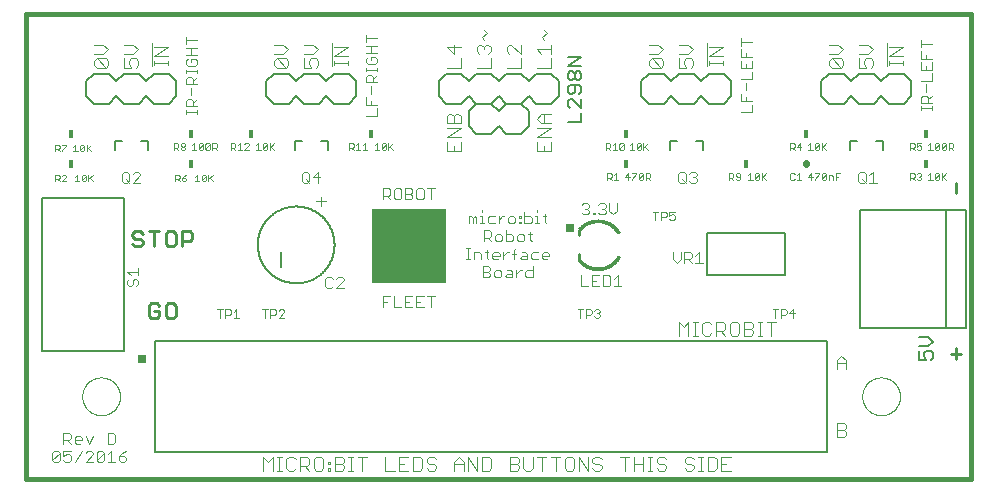
<source format=gto>
G75*
%MOIN*%
%OFA0B0*%
%FSLAX25Y25*%
%IPPOS*%
%LPD*%
%AMOC8*
5,1,8,0,0,1.08239X$1,22.5*
%
%ADD10C,0.00000*%
%ADD11C,0.00300*%
%ADD12C,0.01600*%
%ADD13C,0.00400*%
%ADD14C,0.00900*%
%ADD15R,0.02500X0.02500*%
%ADD16R,0.25000X0.25000*%
%ADD17C,0.00800*%
%ADD18R,0.01800X0.03000*%
%ADD19C,0.02200*%
%ADD20C,0.00100*%
%ADD21C,0.01000*%
%ADD22C,0.00500*%
%ADD23C,0.00200*%
D10*
X0020501Y0029300D02*
X0020503Y0029458D01*
X0020509Y0029616D01*
X0020519Y0029774D01*
X0020533Y0029932D01*
X0020551Y0030089D01*
X0020572Y0030246D01*
X0020598Y0030402D01*
X0020628Y0030558D01*
X0020661Y0030713D01*
X0020699Y0030866D01*
X0020740Y0031019D01*
X0020785Y0031171D01*
X0020834Y0031322D01*
X0020887Y0031471D01*
X0020943Y0031619D01*
X0021003Y0031765D01*
X0021067Y0031910D01*
X0021135Y0032053D01*
X0021206Y0032195D01*
X0021280Y0032335D01*
X0021358Y0032472D01*
X0021440Y0032608D01*
X0021524Y0032742D01*
X0021613Y0032873D01*
X0021704Y0033002D01*
X0021799Y0033129D01*
X0021896Y0033254D01*
X0021997Y0033376D01*
X0022101Y0033495D01*
X0022208Y0033612D01*
X0022318Y0033726D01*
X0022431Y0033837D01*
X0022546Y0033946D01*
X0022664Y0034051D01*
X0022785Y0034153D01*
X0022908Y0034253D01*
X0023034Y0034349D01*
X0023162Y0034442D01*
X0023292Y0034532D01*
X0023425Y0034618D01*
X0023560Y0034702D01*
X0023696Y0034781D01*
X0023835Y0034858D01*
X0023976Y0034930D01*
X0024118Y0035000D01*
X0024262Y0035065D01*
X0024408Y0035127D01*
X0024555Y0035185D01*
X0024704Y0035240D01*
X0024854Y0035291D01*
X0025005Y0035338D01*
X0025157Y0035381D01*
X0025310Y0035420D01*
X0025465Y0035456D01*
X0025620Y0035487D01*
X0025776Y0035515D01*
X0025932Y0035539D01*
X0026089Y0035559D01*
X0026247Y0035575D01*
X0026404Y0035587D01*
X0026563Y0035595D01*
X0026721Y0035599D01*
X0026879Y0035599D01*
X0027037Y0035595D01*
X0027196Y0035587D01*
X0027353Y0035575D01*
X0027511Y0035559D01*
X0027668Y0035539D01*
X0027824Y0035515D01*
X0027980Y0035487D01*
X0028135Y0035456D01*
X0028290Y0035420D01*
X0028443Y0035381D01*
X0028595Y0035338D01*
X0028746Y0035291D01*
X0028896Y0035240D01*
X0029045Y0035185D01*
X0029192Y0035127D01*
X0029338Y0035065D01*
X0029482Y0035000D01*
X0029624Y0034930D01*
X0029765Y0034858D01*
X0029904Y0034781D01*
X0030040Y0034702D01*
X0030175Y0034618D01*
X0030308Y0034532D01*
X0030438Y0034442D01*
X0030566Y0034349D01*
X0030692Y0034253D01*
X0030815Y0034153D01*
X0030936Y0034051D01*
X0031054Y0033946D01*
X0031169Y0033837D01*
X0031282Y0033726D01*
X0031392Y0033612D01*
X0031499Y0033495D01*
X0031603Y0033376D01*
X0031704Y0033254D01*
X0031801Y0033129D01*
X0031896Y0033002D01*
X0031987Y0032873D01*
X0032076Y0032742D01*
X0032160Y0032608D01*
X0032242Y0032472D01*
X0032320Y0032335D01*
X0032394Y0032195D01*
X0032465Y0032053D01*
X0032533Y0031910D01*
X0032597Y0031765D01*
X0032657Y0031619D01*
X0032713Y0031471D01*
X0032766Y0031322D01*
X0032815Y0031171D01*
X0032860Y0031019D01*
X0032901Y0030866D01*
X0032939Y0030713D01*
X0032972Y0030558D01*
X0033002Y0030402D01*
X0033028Y0030246D01*
X0033049Y0030089D01*
X0033067Y0029932D01*
X0033081Y0029774D01*
X0033091Y0029616D01*
X0033097Y0029458D01*
X0033099Y0029300D01*
X0033097Y0029142D01*
X0033091Y0028984D01*
X0033081Y0028826D01*
X0033067Y0028668D01*
X0033049Y0028511D01*
X0033028Y0028354D01*
X0033002Y0028198D01*
X0032972Y0028042D01*
X0032939Y0027887D01*
X0032901Y0027734D01*
X0032860Y0027581D01*
X0032815Y0027429D01*
X0032766Y0027278D01*
X0032713Y0027129D01*
X0032657Y0026981D01*
X0032597Y0026835D01*
X0032533Y0026690D01*
X0032465Y0026547D01*
X0032394Y0026405D01*
X0032320Y0026265D01*
X0032242Y0026128D01*
X0032160Y0025992D01*
X0032076Y0025858D01*
X0031987Y0025727D01*
X0031896Y0025598D01*
X0031801Y0025471D01*
X0031704Y0025346D01*
X0031603Y0025224D01*
X0031499Y0025105D01*
X0031392Y0024988D01*
X0031282Y0024874D01*
X0031169Y0024763D01*
X0031054Y0024654D01*
X0030936Y0024549D01*
X0030815Y0024447D01*
X0030692Y0024347D01*
X0030566Y0024251D01*
X0030438Y0024158D01*
X0030308Y0024068D01*
X0030175Y0023982D01*
X0030040Y0023898D01*
X0029904Y0023819D01*
X0029765Y0023742D01*
X0029624Y0023670D01*
X0029482Y0023600D01*
X0029338Y0023535D01*
X0029192Y0023473D01*
X0029045Y0023415D01*
X0028896Y0023360D01*
X0028746Y0023309D01*
X0028595Y0023262D01*
X0028443Y0023219D01*
X0028290Y0023180D01*
X0028135Y0023144D01*
X0027980Y0023113D01*
X0027824Y0023085D01*
X0027668Y0023061D01*
X0027511Y0023041D01*
X0027353Y0023025D01*
X0027196Y0023013D01*
X0027037Y0023005D01*
X0026879Y0023001D01*
X0026721Y0023001D01*
X0026563Y0023005D01*
X0026404Y0023013D01*
X0026247Y0023025D01*
X0026089Y0023041D01*
X0025932Y0023061D01*
X0025776Y0023085D01*
X0025620Y0023113D01*
X0025465Y0023144D01*
X0025310Y0023180D01*
X0025157Y0023219D01*
X0025005Y0023262D01*
X0024854Y0023309D01*
X0024704Y0023360D01*
X0024555Y0023415D01*
X0024408Y0023473D01*
X0024262Y0023535D01*
X0024118Y0023600D01*
X0023976Y0023670D01*
X0023835Y0023742D01*
X0023696Y0023819D01*
X0023560Y0023898D01*
X0023425Y0023982D01*
X0023292Y0024068D01*
X0023162Y0024158D01*
X0023034Y0024251D01*
X0022908Y0024347D01*
X0022785Y0024447D01*
X0022664Y0024549D01*
X0022546Y0024654D01*
X0022431Y0024763D01*
X0022318Y0024874D01*
X0022208Y0024988D01*
X0022101Y0025105D01*
X0021997Y0025224D01*
X0021896Y0025346D01*
X0021799Y0025471D01*
X0021704Y0025598D01*
X0021613Y0025727D01*
X0021524Y0025858D01*
X0021440Y0025992D01*
X0021358Y0026128D01*
X0021280Y0026265D01*
X0021206Y0026405D01*
X0021135Y0026547D01*
X0021067Y0026690D01*
X0021003Y0026835D01*
X0020943Y0026981D01*
X0020887Y0027129D01*
X0020834Y0027278D01*
X0020785Y0027429D01*
X0020740Y0027581D01*
X0020699Y0027734D01*
X0020661Y0027887D01*
X0020628Y0028042D01*
X0020598Y0028198D01*
X0020572Y0028354D01*
X0020551Y0028511D01*
X0020533Y0028668D01*
X0020519Y0028826D01*
X0020509Y0028984D01*
X0020503Y0029142D01*
X0020501Y0029300D01*
X0280501Y0029300D02*
X0280503Y0029458D01*
X0280509Y0029616D01*
X0280519Y0029774D01*
X0280533Y0029932D01*
X0280551Y0030089D01*
X0280572Y0030246D01*
X0280598Y0030402D01*
X0280628Y0030558D01*
X0280661Y0030713D01*
X0280699Y0030866D01*
X0280740Y0031019D01*
X0280785Y0031171D01*
X0280834Y0031322D01*
X0280887Y0031471D01*
X0280943Y0031619D01*
X0281003Y0031765D01*
X0281067Y0031910D01*
X0281135Y0032053D01*
X0281206Y0032195D01*
X0281280Y0032335D01*
X0281358Y0032472D01*
X0281440Y0032608D01*
X0281524Y0032742D01*
X0281613Y0032873D01*
X0281704Y0033002D01*
X0281799Y0033129D01*
X0281896Y0033254D01*
X0281997Y0033376D01*
X0282101Y0033495D01*
X0282208Y0033612D01*
X0282318Y0033726D01*
X0282431Y0033837D01*
X0282546Y0033946D01*
X0282664Y0034051D01*
X0282785Y0034153D01*
X0282908Y0034253D01*
X0283034Y0034349D01*
X0283162Y0034442D01*
X0283292Y0034532D01*
X0283425Y0034618D01*
X0283560Y0034702D01*
X0283696Y0034781D01*
X0283835Y0034858D01*
X0283976Y0034930D01*
X0284118Y0035000D01*
X0284262Y0035065D01*
X0284408Y0035127D01*
X0284555Y0035185D01*
X0284704Y0035240D01*
X0284854Y0035291D01*
X0285005Y0035338D01*
X0285157Y0035381D01*
X0285310Y0035420D01*
X0285465Y0035456D01*
X0285620Y0035487D01*
X0285776Y0035515D01*
X0285932Y0035539D01*
X0286089Y0035559D01*
X0286247Y0035575D01*
X0286404Y0035587D01*
X0286563Y0035595D01*
X0286721Y0035599D01*
X0286879Y0035599D01*
X0287037Y0035595D01*
X0287196Y0035587D01*
X0287353Y0035575D01*
X0287511Y0035559D01*
X0287668Y0035539D01*
X0287824Y0035515D01*
X0287980Y0035487D01*
X0288135Y0035456D01*
X0288290Y0035420D01*
X0288443Y0035381D01*
X0288595Y0035338D01*
X0288746Y0035291D01*
X0288896Y0035240D01*
X0289045Y0035185D01*
X0289192Y0035127D01*
X0289338Y0035065D01*
X0289482Y0035000D01*
X0289624Y0034930D01*
X0289765Y0034858D01*
X0289904Y0034781D01*
X0290040Y0034702D01*
X0290175Y0034618D01*
X0290308Y0034532D01*
X0290438Y0034442D01*
X0290566Y0034349D01*
X0290692Y0034253D01*
X0290815Y0034153D01*
X0290936Y0034051D01*
X0291054Y0033946D01*
X0291169Y0033837D01*
X0291282Y0033726D01*
X0291392Y0033612D01*
X0291499Y0033495D01*
X0291603Y0033376D01*
X0291704Y0033254D01*
X0291801Y0033129D01*
X0291896Y0033002D01*
X0291987Y0032873D01*
X0292076Y0032742D01*
X0292160Y0032608D01*
X0292242Y0032472D01*
X0292320Y0032335D01*
X0292394Y0032195D01*
X0292465Y0032053D01*
X0292533Y0031910D01*
X0292597Y0031765D01*
X0292657Y0031619D01*
X0292713Y0031471D01*
X0292766Y0031322D01*
X0292815Y0031171D01*
X0292860Y0031019D01*
X0292901Y0030866D01*
X0292939Y0030713D01*
X0292972Y0030558D01*
X0293002Y0030402D01*
X0293028Y0030246D01*
X0293049Y0030089D01*
X0293067Y0029932D01*
X0293081Y0029774D01*
X0293091Y0029616D01*
X0293097Y0029458D01*
X0293099Y0029300D01*
X0293097Y0029142D01*
X0293091Y0028984D01*
X0293081Y0028826D01*
X0293067Y0028668D01*
X0293049Y0028511D01*
X0293028Y0028354D01*
X0293002Y0028198D01*
X0292972Y0028042D01*
X0292939Y0027887D01*
X0292901Y0027734D01*
X0292860Y0027581D01*
X0292815Y0027429D01*
X0292766Y0027278D01*
X0292713Y0027129D01*
X0292657Y0026981D01*
X0292597Y0026835D01*
X0292533Y0026690D01*
X0292465Y0026547D01*
X0292394Y0026405D01*
X0292320Y0026265D01*
X0292242Y0026128D01*
X0292160Y0025992D01*
X0292076Y0025858D01*
X0291987Y0025727D01*
X0291896Y0025598D01*
X0291801Y0025471D01*
X0291704Y0025346D01*
X0291603Y0025224D01*
X0291499Y0025105D01*
X0291392Y0024988D01*
X0291282Y0024874D01*
X0291169Y0024763D01*
X0291054Y0024654D01*
X0290936Y0024549D01*
X0290815Y0024447D01*
X0290692Y0024347D01*
X0290566Y0024251D01*
X0290438Y0024158D01*
X0290308Y0024068D01*
X0290175Y0023982D01*
X0290040Y0023898D01*
X0289904Y0023819D01*
X0289765Y0023742D01*
X0289624Y0023670D01*
X0289482Y0023600D01*
X0289338Y0023535D01*
X0289192Y0023473D01*
X0289045Y0023415D01*
X0288896Y0023360D01*
X0288746Y0023309D01*
X0288595Y0023262D01*
X0288443Y0023219D01*
X0288290Y0023180D01*
X0288135Y0023144D01*
X0287980Y0023113D01*
X0287824Y0023085D01*
X0287668Y0023061D01*
X0287511Y0023041D01*
X0287353Y0023025D01*
X0287196Y0023013D01*
X0287037Y0023005D01*
X0286879Y0023001D01*
X0286721Y0023001D01*
X0286563Y0023005D01*
X0286404Y0023013D01*
X0286247Y0023025D01*
X0286089Y0023041D01*
X0285932Y0023061D01*
X0285776Y0023085D01*
X0285620Y0023113D01*
X0285465Y0023144D01*
X0285310Y0023180D01*
X0285157Y0023219D01*
X0285005Y0023262D01*
X0284854Y0023309D01*
X0284704Y0023360D01*
X0284555Y0023415D01*
X0284408Y0023473D01*
X0284262Y0023535D01*
X0284118Y0023600D01*
X0283976Y0023670D01*
X0283835Y0023742D01*
X0283696Y0023819D01*
X0283560Y0023898D01*
X0283425Y0023982D01*
X0283292Y0024068D01*
X0283162Y0024158D01*
X0283034Y0024251D01*
X0282908Y0024347D01*
X0282785Y0024447D01*
X0282664Y0024549D01*
X0282546Y0024654D01*
X0282431Y0024763D01*
X0282318Y0024874D01*
X0282208Y0024988D01*
X0282101Y0025105D01*
X0281997Y0025224D01*
X0281896Y0025346D01*
X0281799Y0025471D01*
X0281704Y0025598D01*
X0281613Y0025727D01*
X0281524Y0025858D01*
X0281440Y0025992D01*
X0281358Y0026128D01*
X0281280Y0026265D01*
X0281206Y0026405D01*
X0281135Y0026547D01*
X0281067Y0026690D01*
X0281003Y0026835D01*
X0280943Y0026981D01*
X0280887Y0027129D01*
X0280834Y0027278D01*
X0280785Y0027429D01*
X0280740Y0027581D01*
X0280699Y0027734D01*
X0280661Y0027887D01*
X0280628Y0028042D01*
X0280598Y0028198D01*
X0280572Y0028354D01*
X0280551Y0028511D01*
X0280533Y0028668D01*
X0280519Y0028826D01*
X0280509Y0028984D01*
X0280503Y0029142D01*
X0280501Y0029300D01*
D11*
X0227285Y0073750D02*
X0224816Y0073750D01*
X0223602Y0073750D02*
X0222368Y0074984D01*
X0222985Y0074984D02*
X0221133Y0074984D01*
X0219919Y0074984D02*
X0218684Y0073750D01*
X0217450Y0074984D01*
X0217450Y0077453D01*
X0219919Y0077453D02*
X0219919Y0074984D01*
X0221133Y0073750D02*
X0221133Y0077453D01*
X0222985Y0077453D01*
X0223602Y0076836D01*
X0223602Y0075602D01*
X0222985Y0074984D01*
X0224816Y0076219D02*
X0226051Y0077453D01*
X0226051Y0073750D01*
X0200218Y0065950D02*
X0197749Y0065950D01*
X0198984Y0065950D02*
X0198984Y0069653D01*
X0197749Y0068419D01*
X0196535Y0069036D02*
X0195918Y0069653D01*
X0194066Y0069653D01*
X0194066Y0065950D01*
X0195918Y0065950D01*
X0196535Y0066567D01*
X0196535Y0069036D01*
X0192852Y0069653D02*
X0190383Y0069653D01*
X0190383Y0065950D01*
X0192852Y0065950D01*
X0191618Y0067802D02*
X0190383Y0067802D01*
X0189169Y0065950D02*
X0186700Y0065950D01*
X0186700Y0069653D01*
X0175544Y0074950D02*
X0174310Y0074950D01*
X0173692Y0075567D01*
X0173692Y0076802D01*
X0174310Y0077419D01*
X0175544Y0077419D01*
X0176161Y0076802D01*
X0176161Y0076184D01*
X0173692Y0076184D01*
X0172478Y0074950D02*
X0170627Y0074950D01*
X0170009Y0075567D01*
X0170009Y0076802D01*
X0170627Y0077419D01*
X0172478Y0077419D01*
X0168795Y0076802D02*
X0168795Y0074950D01*
X0166943Y0074950D01*
X0166326Y0075567D01*
X0166943Y0076184D01*
X0168795Y0076184D01*
X0168795Y0076802D02*
X0168178Y0077419D01*
X0166943Y0077419D01*
X0165105Y0076802D02*
X0163871Y0076802D01*
X0162653Y0077419D02*
X0162036Y0077419D01*
X0160801Y0076184D01*
X0159587Y0076184D02*
X0157118Y0076184D01*
X0157118Y0075567D02*
X0157118Y0076802D01*
X0157736Y0077419D01*
X0158970Y0077419D01*
X0159587Y0076802D01*
X0159587Y0076184D01*
X0158970Y0074950D02*
X0157736Y0074950D01*
X0157118Y0075567D01*
X0155897Y0074950D02*
X0155280Y0075567D01*
X0155280Y0078036D01*
X0154663Y0077419D02*
X0155897Y0077419D01*
X0153449Y0076802D02*
X0153449Y0074950D01*
X0153449Y0076802D02*
X0152831Y0077419D01*
X0150980Y0077419D01*
X0150980Y0074950D01*
X0149759Y0074950D02*
X0148524Y0074950D01*
X0149142Y0074950D02*
X0149142Y0078653D01*
X0149759Y0078653D02*
X0148524Y0078653D01*
X0154356Y0080950D02*
X0154356Y0084653D01*
X0156208Y0084653D01*
X0156825Y0084036D01*
X0156825Y0082802D01*
X0156208Y0082184D01*
X0154356Y0082184D01*
X0155590Y0082184D02*
X0156825Y0080950D01*
X0158039Y0081567D02*
X0158039Y0082802D01*
X0158656Y0083419D01*
X0159891Y0083419D01*
X0160508Y0082802D01*
X0160508Y0081567D01*
X0159891Y0080950D01*
X0158656Y0080950D01*
X0158039Y0081567D01*
X0161722Y0080950D02*
X0163574Y0080950D01*
X0164191Y0081567D01*
X0164191Y0082802D01*
X0163574Y0083419D01*
X0161722Y0083419D01*
X0161722Y0084653D02*
X0161722Y0080950D01*
X0165405Y0081567D02*
X0165405Y0082802D01*
X0166023Y0083419D01*
X0167257Y0083419D01*
X0167874Y0082802D01*
X0167874Y0081567D01*
X0167257Y0080950D01*
X0166023Y0080950D01*
X0165405Y0081567D01*
X0165105Y0078653D02*
X0164488Y0078036D01*
X0164488Y0074950D01*
X0160801Y0074950D02*
X0160801Y0077419D01*
X0155901Y0072653D02*
X0154049Y0072653D01*
X0154049Y0068950D01*
X0155901Y0068950D01*
X0156518Y0069567D01*
X0156518Y0070184D01*
X0155901Y0070802D01*
X0154049Y0070802D01*
X0155901Y0070802D02*
X0156518Y0071419D01*
X0156518Y0072036D01*
X0155901Y0072653D01*
X0157732Y0070802D02*
X0157732Y0069567D01*
X0158349Y0068950D01*
X0159584Y0068950D01*
X0160201Y0069567D01*
X0160201Y0070802D01*
X0159584Y0071419D01*
X0158349Y0071419D01*
X0157732Y0070802D01*
X0161415Y0069567D02*
X0162033Y0070184D01*
X0163884Y0070184D01*
X0163884Y0070802D02*
X0163884Y0068950D01*
X0162033Y0068950D01*
X0161415Y0069567D01*
X0162033Y0071419D02*
X0163267Y0071419D01*
X0163884Y0070802D01*
X0165098Y0071419D02*
X0165098Y0068950D01*
X0165098Y0070184D02*
X0166333Y0071419D01*
X0166950Y0071419D01*
X0168168Y0070802D02*
X0168785Y0071419D01*
X0170637Y0071419D01*
X0170637Y0072653D02*
X0170637Y0068950D01*
X0168785Y0068950D01*
X0168168Y0069567D01*
X0168168Y0070802D01*
X0170323Y0080950D02*
X0169706Y0081567D01*
X0169706Y0084036D01*
X0169089Y0083419D02*
X0170323Y0083419D01*
X0169712Y0086950D02*
X0167861Y0086950D01*
X0167861Y0090653D01*
X0167861Y0089419D02*
X0169712Y0089419D01*
X0170330Y0088802D01*
X0170330Y0087567D01*
X0169712Y0086950D01*
X0171544Y0086950D02*
X0172778Y0086950D01*
X0172161Y0086950D02*
X0172161Y0089419D01*
X0171544Y0089419D01*
X0172161Y0090653D02*
X0172161Y0091270D01*
X0173999Y0089419D02*
X0175234Y0089419D01*
X0174617Y0090036D02*
X0174617Y0087567D01*
X0175234Y0086950D01*
X0166636Y0086950D02*
X0166019Y0086950D01*
X0166019Y0087567D01*
X0166636Y0087567D01*
X0166636Y0086950D01*
X0166636Y0088802D02*
X0166019Y0088802D01*
X0166019Y0089419D01*
X0166636Y0089419D01*
X0166636Y0088802D01*
X0164805Y0088802D02*
X0164188Y0089419D01*
X0162953Y0089419D01*
X0162336Y0088802D01*
X0162336Y0087567D01*
X0162953Y0086950D01*
X0164188Y0086950D01*
X0164805Y0087567D01*
X0164805Y0088802D01*
X0161118Y0089419D02*
X0160501Y0089419D01*
X0159267Y0088184D01*
X0159267Y0086950D02*
X0159267Y0089419D01*
X0158052Y0089419D02*
X0156201Y0089419D01*
X0155584Y0088802D01*
X0155584Y0087567D01*
X0156201Y0086950D01*
X0158052Y0086950D01*
X0154363Y0086950D02*
X0153128Y0086950D01*
X0153745Y0086950D02*
X0153745Y0089419D01*
X0153128Y0089419D01*
X0151914Y0088802D02*
X0151914Y0086950D01*
X0150680Y0086950D02*
X0150680Y0088802D01*
X0151297Y0089419D01*
X0151914Y0088802D01*
X0150680Y0088802D02*
X0150062Y0089419D01*
X0149445Y0089419D01*
X0149445Y0086950D01*
X0153745Y0090653D02*
X0153745Y0091270D01*
X0137943Y0098653D02*
X0135475Y0098653D01*
X0136709Y0098653D02*
X0136709Y0094950D01*
X0134260Y0095567D02*
X0133643Y0094950D01*
X0132409Y0094950D01*
X0131792Y0095567D01*
X0131792Y0098036D01*
X0132409Y0098653D01*
X0133643Y0098653D01*
X0134260Y0098036D01*
X0134260Y0095567D01*
X0130577Y0095567D02*
X0129960Y0094950D01*
X0128108Y0094950D01*
X0128108Y0098653D01*
X0129960Y0098653D01*
X0130577Y0098036D01*
X0130577Y0097419D01*
X0129960Y0096802D01*
X0128108Y0096802D01*
X0126894Y0095567D02*
X0126894Y0098036D01*
X0126277Y0098653D01*
X0125042Y0098653D01*
X0124425Y0098036D01*
X0124425Y0095567D01*
X0125042Y0094950D01*
X0126277Y0094950D01*
X0126894Y0095567D01*
X0129960Y0096802D02*
X0130577Y0096184D01*
X0130577Y0095567D01*
X0123211Y0094950D02*
X0121977Y0096184D01*
X0122594Y0096184D02*
X0120742Y0096184D01*
X0120742Y0094950D02*
X0120742Y0098653D01*
X0122594Y0098653D01*
X0123211Y0098036D01*
X0123211Y0096802D01*
X0122594Y0096184D01*
X0099852Y0102302D02*
X0097383Y0102302D01*
X0099235Y0104153D01*
X0099235Y0100450D01*
X0096169Y0100450D02*
X0094934Y0101684D01*
X0094317Y0100450D02*
X0093700Y0101067D01*
X0093700Y0103536D01*
X0094317Y0104153D01*
X0095552Y0104153D01*
X0096169Y0103536D01*
X0096169Y0101067D01*
X0095552Y0100450D01*
X0094317Y0100450D01*
X0084522Y0111450D02*
X0083421Y0112551D01*
X0083054Y0112184D02*
X0084522Y0113652D01*
X0083054Y0113652D02*
X0083054Y0111450D01*
X0082220Y0111817D02*
X0081853Y0111450D01*
X0081119Y0111450D01*
X0080752Y0111817D01*
X0082220Y0113285D01*
X0082220Y0111817D01*
X0082220Y0113285D02*
X0081853Y0113652D01*
X0081119Y0113652D01*
X0080752Y0113285D01*
X0080752Y0111817D01*
X0079918Y0111450D02*
X0078450Y0111450D01*
X0079184Y0111450D02*
X0079184Y0113652D01*
X0078450Y0112918D01*
X0076022Y0112918D02*
X0074554Y0111450D01*
X0076022Y0111450D01*
X0076022Y0112918D02*
X0076022Y0113285D01*
X0075655Y0113652D01*
X0074921Y0113652D01*
X0074554Y0113285D01*
X0072986Y0113652D02*
X0072986Y0111450D01*
X0072252Y0111450D02*
X0073720Y0111450D01*
X0072252Y0112918D02*
X0072986Y0113652D01*
X0071418Y0113285D02*
X0071418Y0112551D01*
X0071051Y0112184D01*
X0069950Y0112184D01*
X0070684Y0112184D02*
X0071418Y0111450D01*
X0069950Y0111450D02*
X0069950Y0113652D01*
X0071051Y0113652D01*
X0071418Y0113285D01*
X0065324Y0113285D02*
X0065324Y0112551D01*
X0064957Y0112184D01*
X0063856Y0112184D01*
X0064590Y0112184D02*
X0065324Y0111450D01*
X0063856Y0111450D02*
X0063856Y0113652D01*
X0064957Y0113652D01*
X0065324Y0113285D01*
X0063022Y0113285D02*
X0061554Y0111817D01*
X0061921Y0111450D01*
X0062655Y0111450D01*
X0063022Y0111817D01*
X0063022Y0113285D01*
X0062655Y0113652D01*
X0061921Y0113652D01*
X0061554Y0113285D01*
X0061554Y0111817D01*
X0060720Y0111817D02*
X0060353Y0111450D01*
X0059619Y0111450D01*
X0059252Y0111817D01*
X0060720Y0113285D01*
X0060720Y0111817D01*
X0060720Y0113285D02*
X0060353Y0113652D01*
X0059619Y0113652D01*
X0059252Y0113285D01*
X0059252Y0111817D01*
X0058418Y0111450D02*
X0056950Y0111450D01*
X0057684Y0111450D02*
X0057684Y0113652D01*
X0056950Y0112918D01*
X0054720Y0112918D02*
X0054353Y0112551D01*
X0053619Y0112551D01*
X0053252Y0112918D01*
X0053252Y0113285D01*
X0053619Y0113652D01*
X0054353Y0113652D01*
X0054720Y0113285D01*
X0054720Y0112918D01*
X0054353Y0112551D02*
X0054720Y0112184D01*
X0054720Y0111817D01*
X0054353Y0111450D01*
X0053619Y0111450D01*
X0053252Y0111817D01*
X0053252Y0112184D01*
X0053619Y0112551D01*
X0052418Y0112551D02*
X0052418Y0113285D01*
X0052051Y0113652D01*
X0050950Y0113652D01*
X0050950Y0111450D01*
X0050950Y0112184D02*
X0052051Y0112184D01*
X0052418Y0112551D01*
X0051684Y0112184D02*
X0052418Y0111450D01*
X0052551Y0103152D02*
X0052918Y0102785D01*
X0052918Y0102051D01*
X0052551Y0101684D01*
X0051450Y0101684D01*
X0052184Y0101684D02*
X0052918Y0100950D01*
X0053752Y0101317D02*
X0054119Y0100950D01*
X0054853Y0100950D01*
X0055220Y0101317D01*
X0055220Y0101684D01*
X0054853Y0102051D01*
X0053752Y0102051D01*
X0053752Y0101317D01*
X0053752Y0102051D02*
X0054486Y0102785D01*
X0055220Y0103152D01*
X0052551Y0103152D02*
X0051450Y0103152D01*
X0051450Y0100950D01*
X0057950Y0100950D02*
X0059418Y0100950D01*
X0058684Y0100950D02*
X0058684Y0103152D01*
X0057950Y0102418D01*
X0060252Y0102785D02*
X0060619Y0103152D01*
X0061353Y0103152D01*
X0061720Y0102785D01*
X0060252Y0101317D01*
X0060619Y0100950D01*
X0061353Y0100950D01*
X0061720Y0101317D01*
X0061720Y0102785D01*
X0062554Y0103152D02*
X0062554Y0100950D01*
X0062554Y0101684D02*
X0064022Y0103152D01*
X0062921Y0102051D02*
X0064022Y0100950D01*
X0060252Y0101317D02*
X0060252Y0102785D01*
X0039852Y0102919D02*
X0039852Y0103536D01*
X0039235Y0104153D01*
X0038000Y0104153D01*
X0037383Y0103536D01*
X0036169Y0103536D02*
X0036169Y0101067D01*
X0035552Y0100450D01*
X0034317Y0100450D01*
X0033700Y0101067D01*
X0033700Y0103536D01*
X0034317Y0104153D01*
X0035552Y0104153D01*
X0036169Y0103536D01*
X0034934Y0101684D02*
X0036169Y0100450D01*
X0037383Y0100450D02*
X0039852Y0102919D01*
X0039852Y0100450D02*
X0037383Y0100450D01*
X0024022Y0100950D02*
X0022921Y0102051D01*
X0022554Y0101684D02*
X0024022Y0103152D01*
X0022554Y0103152D02*
X0022554Y0100950D01*
X0021720Y0101317D02*
X0021353Y0100950D01*
X0020619Y0100950D01*
X0020252Y0101317D01*
X0021720Y0102785D01*
X0021720Y0101317D01*
X0021720Y0102785D02*
X0021353Y0103152D01*
X0020619Y0103152D01*
X0020252Y0102785D01*
X0020252Y0101317D01*
X0019418Y0100950D02*
X0017950Y0100950D01*
X0018684Y0100950D02*
X0018684Y0103152D01*
X0017950Y0102418D01*
X0015220Y0102418D02*
X0015220Y0102785D01*
X0014853Y0103152D01*
X0014119Y0103152D01*
X0013752Y0102785D01*
X0012918Y0102785D02*
X0012918Y0102051D01*
X0012551Y0101684D01*
X0011450Y0101684D01*
X0012184Y0101684D02*
X0012918Y0100950D01*
X0013752Y0100950D02*
X0015220Y0102418D01*
X0015220Y0100950D02*
X0013752Y0100950D01*
X0012918Y0102785D02*
X0012551Y0103152D01*
X0011450Y0103152D01*
X0011450Y0100950D01*
X0011450Y0110950D02*
X0011450Y0113152D01*
X0012551Y0113152D01*
X0012918Y0112785D01*
X0012918Y0112051D01*
X0012551Y0111684D01*
X0011450Y0111684D01*
X0012184Y0111684D02*
X0012918Y0110950D01*
X0013752Y0110950D02*
X0013752Y0111317D01*
X0015220Y0112785D01*
X0015220Y0113152D01*
X0013752Y0113152D01*
X0017450Y0112418D02*
X0018184Y0113152D01*
X0018184Y0110950D01*
X0017450Y0110950D02*
X0018918Y0110950D01*
X0019752Y0111317D02*
X0021220Y0112785D01*
X0021220Y0111317D01*
X0020853Y0110950D01*
X0020119Y0110950D01*
X0019752Y0111317D01*
X0019752Y0112785D01*
X0020119Y0113152D01*
X0020853Y0113152D01*
X0021220Y0112785D01*
X0022054Y0113152D02*
X0022054Y0110950D01*
X0022054Y0111684D02*
X0023522Y0113152D01*
X0022421Y0112051D02*
X0023522Y0110950D01*
X0101450Y0068536D02*
X0101450Y0066067D01*
X0102067Y0065450D01*
X0103302Y0065450D01*
X0103919Y0066067D01*
X0105133Y0065450D02*
X0107602Y0067919D01*
X0107602Y0068536D01*
X0106985Y0069153D01*
X0105750Y0069153D01*
X0105133Y0068536D01*
X0103919Y0068536D02*
X0103302Y0069153D01*
X0102067Y0069153D01*
X0101450Y0068536D01*
X0105133Y0065450D02*
X0107602Y0065450D01*
X0120742Y0062653D02*
X0120742Y0058950D01*
X0120742Y0060802D02*
X0121977Y0060802D01*
X0123211Y0062653D02*
X0120742Y0062653D01*
X0124425Y0062653D02*
X0124425Y0058950D01*
X0126894Y0058950D01*
X0128108Y0058950D02*
X0130577Y0058950D01*
X0131792Y0058950D02*
X0134260Y0058950D01*
X0133026Y0060802D02*
X0131792Y0060802D01*
X0131792Y0062653D02*
X0131792Y0058950D01*
X0129343Y0060802D02*
X0128108Y0060802D01*
X0128108Y0062653D02*
X0128108Y0058950D01*
X0128108Y0062653D02*
X0130577Y0062653D01*
X0131792Y0062653D02*
X0134260Y0062653D01*
X0135475Y0062653D02*
X0137943Y0062653D01*
X0136709Y0062653D02*
X0136709Y0058950D01*
X0186950Y0090567D02*
X0187567Y0089950D01*
X0188802Y0089950D01*
X0189419Y0090567D01*
X0189419Y0091184D01*
X0188802Y0091802D01*
X0188184Y0091802D01*
X0188802Y0091802D02*
X0189419Y0092419D01*
X0189419Y0093036D01*
X0188802Y0093653D01*
X0187567Y0093653D01*
X0186950Y0093036D01*
X0190633Y0090567D02*
X0191250Y0090567D01*
X0191250Y0089950D01*
X0190633Y0089950D01*
X0190633Y0090567D01*
X0192475Y0090567D02*
X0193092Y0089950D01*
X0194326Y0089950D01*
X0194943Y0090567D01*
X0194943Y0091184D01*
X0194326Y0091802D01*
X0193709Y0091802D01*
X0194326Y0091802D02*
X0194943Y0092419D01*
X0194943Y0093036D01*
X0194326Y0093653D01*
X0193092Y0093653D01*
X0192475Y0093036D01*
X0196158Y0093653D02*
X0196158Y0091184D01*
X0197392Y0089950D01*
X0198627Y0091184D01*
X0198627Y0093653D01*
X0198486Y0101450D02*
X0198486Y0103652D01*
X0197752Y0102918D01*
X0196918Y0103285D02*
X0196918Y0102551D01*
X0196551Y0102184D01*
X0195450Y0102184D01*
X0196184Y0102184D02*
X0196918Y0101450D01*
X0197752Y0101450D02*
X0199220Y0101450D01*
X0201450Y0102551D02*
X0202551Y0103652D01*
X0202551Y0101450D01*
X0202918Y0102551D02*
X0201450Y0102551D01*
X0203752Y0101817D02*
X0205220Y0103285D01*
X0205220Y0103652D01*
X0203752Y0103652D01*
X0203752Y0101817D02*
X0203752Y0101450D01*
X0206054Y0101817D02*
X0207522Y0103285D01*
X0207522Y0101817D01*
X0207155Y0101450D01*
X0206421Y0101450D01*
X0206054Y0101817D01*
X0206054Y0103285D01*
X0206421Y0103652D01*
X0207155Y0103652D01*
X0207522Y0103285D01*
X0208356Y0103652D02*
X0209457Y0103652D01*
X0209824Y0103285D01*
X0209824Y0102551D01*
X0209457Y0102184D01*
X0208356Y0102184D01*
X0209090Y0102184D02*
X0209824Y0101450D01*
X0208356Y0101450D02*
X0208356Y0103652D01*
X0219200Y0103536D02*
X0219200Y0101067D01*
X0219817Y0100450D01*
X0221052Y0100450D01*
X0221669Y0101067D01*
X0221669Y0103536D01*
X0221052Y0104153D01*
X0219817Y0104153D01*
X0219200Y0103536D01*
X0220434Y0101684D02*
X0221669Y0100450D01*
X0222883Y0101067D02*
X0223500Y0100450D01*
X0224735Y0100450D01*
X0225352Y0101067D01*
X0225352Y0101684D01*
X0224735Y0102302D01*
X0224118Y0102302D01*
X0224735Y0102302D02*
X0225352Y0102919D01*
X0225352Y0103536D01*
X0224735Y0104153D01*
X0223500Y0104153D01*
X0222883Y0103536D01*
X0235950Y0103652D02*
X0235950Y0101450D01*
X0235950Y0102184D02*
X0237051Y0102184D01*
X0237418Y0102551D01*
X0237418Y0103285D01*
X0237051Y0103652D01*
X0235950Y0103652D01*
X0236684Y0102184D02*
X0237418Y0101450D01*
X0238252Y0101817D02*
X0238619Y0101450D01*
X0239353Y0101450D01*
X0239720Y0101817D01*
X0239720Y0103285D01*
X0239353Y0103652D01*
X0238619Y0103652D01*
X0238252Y0103285D01*
X0238252Y0102918D01*
X0238619Y0102551D01*
X0239720Y0102551D01*
X0242450Y0102918D02*
X0243184Y0103652D01*
X0243184Y0101450D01*
X0242450Y0101450D02*
X0243918Y0101450D01*
X0244752Y0101817D02*
X0246220Y0103285D01*
X0246220Y0101817D01*
X0245853Y0101450D01*
X0245119Y0101450D01*
X0244752Y0101817D01*
X0244752Y0103285D01*
X0245119Y0103652D01*
X0245853Y0103652D01*
X0246220Y0103285D01*
X0247054Y0103652D02*
X0247054Y0101450D01*
X0247054Y0102184D02*
X0248522Y0103652D01*
X0247421Y0102551D02*
X0248522Y0101450D01*
X0256450Y0101817D02*
X0256817Y0101450D01*
X0257551Y0101450D01*
X0257918Y0101817D01*
X0258752Y0101450D02*
X0260220Y0101450D01*
X0259486Y0101450D02*
X0259486Y0103652D01*
X0258752Y0102918D01*
X0257918Y0103285D02*
X0257551Y0103652D01*
X0256817Y0103652D01*
X0256450Y0103285D01*
X0256450Y0101817D01*
X0262450Y0102551D02*
X0263918Y0102551D01*
X0264752Y0101817D02*
X0264752Y0101450D01*
X0264752Y0101817D02*
X0266220Y0103285D01*
X0266220Y0103652D01*
X0264752Y0103652D01*
X0263551Y0103652D02*
X0262450Y0102551D01*
X0263551Y0101450D02*
X0263551Y0103652D01*
X0267054Y0103285D02*
X0267054Y0101817D01*
X0268522Y0103285D01*
X0268522Y0101817D01*
X0268155Y0101450D01*
X0267421Y0101450D01*
X0267054Y0101817D01*
X0267054Y0103285D02*
X0267421Y0103652D01*
X0268155Y0103652D01*
X0268522Y0103285D01*
X0269356Y0102918D02*
X0270457Y0102918D01*
X0270824Y0102551D01*
X0270824Y0101450D01*
X0271658Y0101450D02*
X0271658Y0103652D01*
X0273126Y0103652D01*
X0272392Y0102551D02*
X0271658Y0102551D01*
X0269356Y0102918D02*
X0269356Y0101450D01*
X0279200Y0101067D02*
X0279817Y0100450D01*
X0281052Y0100450D01*
X0281669Y0101067D01*
X0281669Y0103536D01*
X0281052Y0104153D01*
X0279817Y0104153D01*
X0279200Y0103536D01*
X0279200Y0101067D01*
X0280434Y0101684D02*
X0281669Y0100450D01*
X0282883Y0100450D02*
X0285352Y0100450D01*
X0284118Y0100450D02*
X0284118Y0104153D01*
X0282883Y0102919D01*
X0296450Y0103652D02*
X0296450Y0101450D01*
X0296450Y0102184D02*
X0297551Y0102184D01*
X0297918Y0102551D01*
X0297918Y0103285D01*
X0297551Y0103652D01*
X0296450Y0103652D01*
X0297184Y0102184D02*
X0297918Y0101450D01*
X0298752Y0101817D02*
X0299119Y0101450D01*
X0299853Y0101450D01*
X0300220Y0101817D01*
X0300220Y0102184D01*
X0299853Y0102551D01*
X0299486Y0102551D01*
X0299853Y0102551D02*
X0300220Y0102918D01*
X0300220Y0103285D01*
X0299853Y0103652D01*
X0299119Y0103652D01*
X0298752Y0103285D01*
X0302450Y0102918D02*
X0303184Y0103652D01*
X0303184Y0101450D01*
X0302450Y0101450D02*
X0303918Y0101450D01*
X0304752Y0101817D02*
X0306220Y0103285D01*
X0306220Y0101817D01*
X0305853Y0101450D01*
X0305119Y0101450D01*
X0304752Y0101817D01*
X0304752Y0103285D01*
X0305119Y0103652D01*
X0305853Y0103652D01*
X0306220Y0103285D01*
X0307054Y0103652D02*
X0307054Y0101450D01*
X0307054Y0102184D02*
X0308522Y0103652D01*
X0307421Y0102551D02*
X0308522Y0101450D01*
X0308155Y0111450D02*
X0307421Y0111450D01*
X0307054Y0111817D01*
X0308522Y0113285D01*
X0308522Y0111817D01*
X0308155Y0111450D01*
X0307054Y0111817D02*
X0307054Y0113285D01*
X0307421Y0113652D01*
X0308155Y0113652D01*
X0308522Y0113285D01*
X0309356Y0113652D02*
X0309356Y0111450D01*
X0309356Y0112184D02*
X0310457Y0112184D01*
X0310824Y0112551D01*
X0310824Y0113285D01*
X0310457Y0113652D01*
X0309356Y0113652D01*
X0310090Y0112184D02*
X0310824Y0111450D01*
X0306220Y0111817D02*
X0306220Y0113285D01*
X0304752Y0111817D01*
X0305119Y0111450D01*
X0305853Y0111450D01*
X0306220Y0111817D01*
X0306220Y0113285D02*
X0305853Y0113652D01*
X0305119Y0113652D01*
X0304752Y0113285D01*
X0304752Y0111817D01*
X0303918Y0111450D02*
X0302450Y0111450D01*
X0303184Y0111450D02*
X0303184Y0113652D01*
X0302450Y0112918D01*
X0300220Y0112551D02*
X0300220Y0111817D01*
X0299853Y0111450D01*
X0299119Y0111450D01*
X0298752Y0111817D01*
X0298752Y0112551D02*
X0299486Y0112918D01*
X0299853Y0112918D01*
X0300220Y0112551D01*
X0300220Y0113652D02*
X0298752Y0113652D01*
X0298752Y0112551D01*
X0297918Y0112551D02*
X0297918Y0113285D01*
X0297551Y0113652D01*
X0296450Y0113652D01*
X0296450Y0111450D01*
X0296450Y0112184D02*
X0297551Y0112184D01*
X0297918Y0112551D01*
X0297184Y0112184D02*
X0297918Y0111450D01*
X0268522Y0111450D02*
X0267421Y0112551D01*
X0267054Y0112184D02*
X0268522Y0113652D01*
X0267054Y0113652D02*
X0267054Y0111450D01*
X0266220Y0111817D02*
X0266220Y0113285D01*
X0264752Y0111817D01*
X0265119Y0111450D01*
X0265853Y0111450D01*
X0266220Y0111817D01*
X0266220Y0113285D02*
X0265853Y0113652D01*
X0265119Y0113652D01*
X0264752Y0113285D01*
X0264752Y0111817D01*
X0263918Y0111450D02*
X0262450Y0111450D01*
X0263184Y0111450D02*
X0263184Y0113652D01*
X0262450Y0112918D01*
X0260220Y0112551D02*
X0258752Y0112551D01*
X0259853Y0113652D01*
X0259853Y0111450D01*
X0257918Y0111450D02*
X0257184Y0112184D01*
X0257551Y0112184D02*
X0256450Y0112184D01*
X0256450Y0111450D02*
X0256450Y0113652D01*
X0257551Y0113652D01*
X0257918Y0113285D01*
X0257918Y0112551D01*
X0257551Y0112184D01*
X0209022Y0111450D02*
X0207921Y0112551D01*
X0207554Y0112184D02*
X0209022Y0113652D01*
X0207554Y0113652D02*
X0207554Y0111450D01*
X0206720Y0111817D02*
X0206720Y0113285D01*
X0205252Y0111817D01*
X0205619Y0111450D01*
X0206353Y0111450D01*
X0206720Y0111817D01*
X0206720Y0113285D02*
X0206353Y0113652D01*
X0205619Y0113652D01*
X0205252Y0113285D01*
X0205252Y0111817D01*
X0204418Y0111450D02*
X0202950Y0111450D01*
X0203684Y0111450D02*
X0203684Y0113652D01*
X0202950Y0112918D01*
X0201022Y0113285D02*
X0199554Y0111817D01*
X0199921Y0111450D01*
X0200655Y0111450D01*
X0201022Y0111817D01*
X0201022Y0113285D01*
X0200655Y0113652D01*
X0199921Y0113652D01*
X0199554Y0113285D01*
X0199554Y0111817D01*
X0198720Y0111450D02*
X0197252Y0111450D01*
X0197986Y0111450D02*
X0197986Y0113652D01*
X0197252Y0112918D01*
X0196418Y0113285D02*
X0196418Y0112551D01*
X0196051Y0112184D01*
X0194950Y0112184D01*
X0195684Y0112184D02*
X0196418Y0111450D01*
X0194950Y0111450D02*
X0194950Y0113652D01*
X0196051Y0113652D01*
X0196418Y0113285D01*
X0196551Y0103652D02*
X0195450Y0103652D01*
X0195450Y0101450D01*
X0196918Y0103285D02*
X0196551Y0103652D01*
X0124022Y0111450D02*
X0122921Y0112551D01*
X0122554Y0112184D02*
X0124022Y0113652D01*
X0122554Y0113652D02*
X0122554Y0111450D01*
X0121720Y0111817D02*
X0121353Y0111450D01*
X0120619Y0111450D01*
X0120252Y0111817D01*
X0121720Y0113285D01*
X0121720Y0111817D01*
X0121720Y0113285D02*
X0121353Y0113652D01*
X0120619Y0113652D01*
X0120252Y0113285D01*
X0120252Y0111817D01*
X0119418Y0111450D02*
X0117950Y0111450D01*
X0118684Y0111450D02*
X0118684Y0113652D01*
X0117950Y0112918D01*
X0115522Y0111450D02*
X0114054Y0111450D01*
X0114788Y0111450D02*
X0114788Y0113652D01*
X0114054Y0112918D01*
X0113220Y0111450D02*
X0111752Y0111450D01*
X0112486Y0111450D02*
X0112486Y0113652D01*
X0111752Y0112918D01*
X0110918Y0113285D02*
X0110918Y0112551D01*
X0110551Y0112184D01*
X0109450Y0112184D01*
X0110184Y0112184D02*
X0110918Y0111450D01*
X0109450Y0111450D02*
X0109450Y0113652D01*
X0110551Y0113652D01*
X0110918Y0113285D01*
X0030826Y0017153D02*
X0028975Y0017153D01*
X0028975Y0013450D01*
X0030826Y0013450D01*
X0031443Y0014067D01*
X0031443Y0016536D01*
X0030826Y0017153D01*
X0024077Y0015919D02*
X0022843Y0013450D01*
X0021608Y0015919D01*
X0020394Y0015302D02*
X0020394Y0014684D01*
X0017925Y0014684D01*
X0017925Y0014067D02*
X0017925Y0015302D01*
X0018542Y0015919D01*
X0019777Y0015919D01*
X0020394Y0015302D01*
X0019777Y0013450D02*
X0018542Y0013450D01*
X0017925Y0014067D01*
X0016711Y0013450D02*
X0015477Y0014684D01*
X0016094Y0014684D02*
X0014242Y0014684D01*
X0014242Y0013450D02*
X0014242Y0017153D01*
X0016094Y0017153D01*
X0016711Y0016536D01*
X0016711Y0015302D01*
X0016094Y0014684D01*
X0016711Y0011153D02*
X0014242Y0011153D01*
X0014242Y0009302D01*
X0015477Y0009919D01*
X0016094Y0009919D01*
X0016711Y0009302D01*
X0016711Y0008067D01*
X0016094Y0007450D01*
X0014859Y0007450D01*
X0014242Y0008067D01*
X0013028Y0008067D02*
X0012411Y0007450D01*
X0011176Y0007450D01*
X0010559Y0008067D01*
X0013028Y0010536D01*
X0013028Y0008067D01*
X0013028Y0010536D02*
X0012411Y0011153D01*
X0011176Y0011153D01*
X0010559Y0010536D01*
X0010559Y0008067D01*
X0017925Y0007450D02*
X0020394Y0011153D01*
X0021608Y0010536D02*
X0022226Y0011153D01*
X0023460Y0011153D01*
X0024077Y0010536D01*
X0024077Y0009919D01*
X0021608Y0007450D01*
X0024077Y0007450D01*
X0025292Y0008067D02*
X0027760Y0010536D01*
X0027760Y0008067D01*
X0027143Y0007450D01*
X0025909Y0007450D01*
X0025292Y0008067D01*
X0025292Y0010536D01*
X0025909Y0011153D01*
X0027143Y0011153D01*
X0027760Y0010536D01*
X0028975Y0009919D02*
X0030209Y0011153D01*
X0030209Y0007450D01*
X0028975Y0007450D02*
X0031443Y0007450D01*
X0032658Y0008067D02*
X0033275Y0007450D01*
X0034509Y0007450D01*
X0035127Y0008067D01*
X0035127Y0008684D01*
X0034509Y0009302D01*
X0032658Y0009302D01*
X0032658Y0008067D01*
X0032658Y0009302D02*
X0033892Y0010536D01*
X0035127Y0011153D01*
D12*
X0001800Y0001800D02*
X0001800Y0156800D01*
X0316800Y0156800D01*
X0316800Y0001800D01*
X0001800Y0001800D01*
D13*
X0080849Y0004500D02*
X0080849Y0009104D01*
X0082384Y0007569D01*
X0083919Y0009104D01*
X0083919Y0004500D01*
X0085453Y0004500D02*
X0086988Y0004500D01*
X0086221Y0004500D02*
X0086221Y0009104D01*
X0086988Y0009104D02*
X0085453Y0009104D01*
X0088523Y0008337D02*
X0088523Y0005267D01*
X0089290Y0004500D01*
X0090825Y0004500D01*
X0091592Y0005267D01*
X0093127Y0004500D02*
X0093127Y0009104D01*
X0095429Y0009104D01*
X0096196Y0008337D01*
X0096196Y0006802D01*
X0095429Y0006035D01*
X0093127Y0006035D01*
X0094661Y0006035D02*
X0096196Y0004500D01*
X0097730Y0005267D02*
X0098498Y0004500D01*
X0100032Y0004500D01*
X0100800Y0005267D01*
X0100800Y0008337D01*
X0100032Y0009104D01*
X0098498Y0009104D01*
X0097730Y0008337D01*
X0097730Y0005267D01*
X0102334Y0005267D02*
X0102334Y0004500D01*
X0103102Y0004500D01*
X0103102Y0005267D01*
X0102334Y0005267D01*
X0102334Y0006802D02*
X0102334Y0007569D01*
X0103102Y0007569D01*
X0103102Y0006802D01*
X0102334Y0006802D01*
X0104636Y0006802D02*
X0106938Y0006802D01*
X0107706Y0006035D01*
X0107706Y0005267D01*
X0106938Y0004500D01*
X0104636Y0004500D01*
X0104636Y0009104D01*
X0106938Y0009104D01*
X0107706Y0008337D01*
X0107706Y0007569D01*
X0106938Y0006802D01*
X0109240Y0009104D02*
X0110775Y0009104D01*
X0110008Y0009104D02*
X0110008Y0004500D01*
X0110775Y0004500D02*
X0109240Y0004500D01*
X0113844Y0004500D02*
X0113844Y0009104D01*
X0112310Y0009104D02*
X0115379Y0009104D01*
X0121517Y0009104D02*
X0121517Y0004500D01*
X0124587Y0004500D01*
X0126121Y0004500D02*
X0129191Y0004500D01*
X0130725Y0004500D02*
X0133027Y0004500D01*
X0133795Y0005267D01*
X0133795Y0008337D01*
X0133027Y0009104D01*
X0130725Y0009104D01*
X0130725Y0004500D01*
X0127656Y0006802D02*
X0126121Y0006802D01*
X0126121Y0009104D02*
X0126121Y0004500D01*
X0126121Y0009104D02*
X0129191Y0009104D01*
X0135329Y0008337D02*
X0135329Y0007569D01*
X0136097Y0006802D01*
X0137631Y0006802D01*
X0138398Y0006035D01*
X0138398Y0005267D01*
X0137631Y0004500D01*
X0136097Y0004500D01*
X0135329Y0005267D01*
X0135329Y0008337D02*
X0136097Y0009104D01*
X0137631Y0009104D01*
X0138398Y0008337D01*
X0144537Y0007569D02*
X0144537Y0004500D01*
X0144537Y0006802D02*
X0147606Y0006802D01*
X0147606Y0007569D02*
X0147606Y0004500D01*
X0149141Y0004500D02*
X0149141Y0009104D01*
X0152210Y0004500D01*
X0152210Y0009104D01*
X0153745Y0009104D02*
X0156047Y0009104D01*
X0156814Y0008337D01*
X0156814Y0005267D01*
X0156047Y0004500D01*
X0153745Y0004500D01*
X0153745Y0009104D01*
X0147606Y0007569D02*
X0146072Y0009104D01*
X0144537Y0007569D01*
X0162953Y0006802D02*
X0165255Y0006802D01*
X0166022Y0006035D01*
X0166022Y0005267D01*
X0165255Y0004500D01*
X0162953Y0004500D01*
X0162953Y0009104D01*
X0165255Y0009104D01*
X0166022Y0008337D01*
X0166022Y0007569D01*
X0165255Y0006802D01*
X0167557Y0005267D02*
X0168324Y0004500D01*
X0169859Y0004500D01*
X0170626Y0005267D01*
X0170626Y0009104D01*
X0172161Y0009104D02*
X0175230Y0009104D01*
X0176765Y0009104D02*
X0179834Y0009104D01*
X0178299Y0009104D02*
X0178299Y0004500D01*
X0181368Y0005267D02*
X0182136Y0004500D01*
X0183670Y0004500D01*
X0184438Y0005267D01*
X0184438Y0008337D01*
X0183670Y0009104D01*
X0182136Y0009104D01*
X0181368Y0008337D01*
X0181368Y0005267D01*
X0185972Y0004500D02*
X0185972Y0009104D01*
X0189042Y0004500D01*
X0189042Y0009104D01*
X0190576Y0008337D02*
X0190576Y0007569D01*
X0191344Y0006802D01*
X0192878Y0006802D01*
X0193646Y0006035D01*
X0193646Y0005267D01*
X0192878Y0004500D01*
X0191344Y0004500D01*
X0190576Y0005267D01*
X0190576Y0008337D02*
X0191344Y0009104D01*
X0192878Y0009104D01*
X0193646Y0008337D01*
X0199784Y0009104D02*
X0202853Y0009104D01*
X0201319Y0009104D02*
X0201319Y0004500D01*
X0204388Y0004500D02*
X0204388Y0009104D01*
X0204388Y0006802D02*
X0207457Y0006802D01*
X0207457Y0009104D02*
X0207457Y0004500D01*
X0208992Y0004500D02*
X0210527Y0004500D01*
X0209759Y0004500D02*
X0209759Y0009104D01*
X0208992Y0009104D02*
X0210527Y0009104D01*
X0212061Y0008337D02*
X0212061Y0007569D01*
X0212829Y0006802D01*
X0214363Y0006802D01*
X0215131Y0006035D01*
X0215131Y0005267D01*
X0214363Y0004500D01*
X0212829Y0004500D01*
X0212061Y0005267D01*
X0212061Y0008337D02*
X0212829Y0009104D01*
X0214363Y0009104D01*
X0215131Y0008337D01*
X0221269Y0008337D02*
X0221269Y0007569D01*
X0222036Y0006802D01*
X0223571Y0006802D01*
X0224338Y0006035D01*
X0224338Y0005267D01*
X0223571Y0004500D01*
X0222036Y0004500D01*
X0221269Y0005267D01*
X0225873Y0004500D02*
X0227408Y0004500D01*
X0226640Y0004500D02*
X0226640Y0009104D01*
X0225873Y0009104D02*
X0227408Y0009104D01*
X0228942Y0009104D02*
X0231244Y0009104D01*
X0232012Y0008337D01*
X0232012Y0005267D01*
X0231244Y0004500D01*
X0228942Y0004500D01*
X0228942Y0009104D01*
X0233546Y0009104D02*
X0233546Y0004500D01*
X0236616Y0004500D01*
X0235081Y0006802D02*
X0233546Y0006802D01*
X0233546Y0009104D02*
X0236616Y0009104D01*
X0224338Y0008337D02*
X0223571Y0009104D01*
X0222036Y0009104D01*
X0221269Y0008337D01*
X0173695Y0009104D02*
X0173695Y0004500D01*
X0167557Y0005267D02*
X0167557Y0009104D01*
X0219500Y0049500D02*
X0219500Y0054104D01*
X0221035Y0052569D01*
X0222569Y0054104D01*
X0222569Y0049500D01*
X0224104Y0049500D02*
X0225639Y0049500D01*
X0224871Y0049500D02*
X0224871Y0054104D01*
X0224104Y0054104D02*
X0225639Y0054104D01*
X0227173Y0053337D02*
X0227173Y0050267D01*
X0227941Y0049500D01*
X0229475Y0049500D01*
X0230242Y0050267D01*
X0231777Y0049500D02*
X0231777Y0054104D01*
X0234079Y0054104D01*
X0234846Y0053337D01*
X0234846Y0051802D01*
X0234079Y0051035D01*
X0231777Y0051035D01*
X0233312Y0051035D02*
X0234846Y0049500D01*
X0236381Y0050267D02*
X0237148Y0049500D01*
X0238683Y0049500D01*
X0239450Y0050267D01*
X0239450Y0053337D01*
X0238683Y0054104D01*
X0237148Y0054104D01*
X0236381Y0053337D01*
X0236381Y0050267D01*
X0240985Y0049500D02*
X0243287Y0049500D01*
X0244054Y0050267D01*
X0244054Y0051035D01*
X0243287Y0051802D01*
X0240985Y0051802D01*
X0240985Y0049500D02*
X0240985Y0054104D01*
X0243287Y0054104D01*
X0244054Y0053337D01*
X0244054Y0052569D01*
X0243287Y0051802D01*
X0245589Y0054104D02*
X0247124Y0054104D01*
X0246356Y0054104D02*
X0246356Y0049500D01*
X0245589Y0049500D02*
X0247124Y0049500D01*
X0250193Y0049500D02*
X0250193Y0054104D01*
X0251727Y0054104D02*
X0248658Y0054104D01*
X0230242Y0053337D02*
X0229475Y0054104D01*
X0227941Y0054104D01*
X0227173Y0053337D01*
X0272000Y0041319D02*
X0272000Y0038250D01*
X0272000Y0040552D02*
X0275069Y0040552D01*
X0275069Y0041319D02*
X0275069Y0038250D01*
X0275069Y0041319D02*
X0273535Y0042854D01*
X0272000Y0041319D01*
X0272000Y0020354D02*
X0274302Y0020354D01*
X0275069Y0019587D01*
X0275069Y0018819D01*
X0274302Y0018052D01*
X0272000Y0018052D01*
X0272000Y0015750D02*
X0272000Y0020354D01*
X0274302Y0018052D02*
X0275069Y0017285D01*
X0275069Y0016517D01*
X0274302Y0015750D01*
X0272000Y0015750D01*
X0176600Y0111094D02*
X0171996Y0111094D01*
X0171996Y0114163D01*
X0171996Y0115698D02*
X0176600Y0118767D01*
X0171996Y0118767D01*
X0173531Y0120302D02*
X0171996Y0121837D01*
X0173531Y0123371D01*
X0176600Y0123371D01*
X0174298Y0123371D02*
X0174298Y0120302D01*
X0173531Y0120302D02*
X0176600Y0120302D01*
X0176600Y0115698D02*
X0171996Y0115698D01*
X0176600Y0114163D02*
X0176600Y0111094D01*
X0174298Y0111094D02*
X0174298Y0112629D01*
X0146600Y0111094D02*
X0146600Y0114163D01*
X0146600Y0115698D02*
X0141996Y0115698D01*
X0146600Y0118767D01*
X0141996Y0118767D01*
X0141996Y0120302D02*
X0141996Y0122604D01*
X0142763Y0123371D01*
X0143531Y0123371D01*
X0144298Y0122604D01*
X0144298Y0120302D01*
X0146600Y0120302D02*
X0141996Y0120302D01*
X0146600Y0120302D02*
X0146600Y0122604D01*
X0145833Y0123371D01*
X0145065Y0123371D01*
X0144298Y0122604D01*
X0141996Y0114163D02*
X0141996Y0111094D01*
X0146600Y0111094D01*
X0144298Y0111094D02*
X0144298Y0112629D01*
X0118600Y0122881D02*
X0118600Y0125283D01*
X0118600Y0126564D02*
X0114997Y0126564D01*
X0114997Y0128966D01*
X0116798Y0127765D02*
X0116798Y0126564D01*
X0116798Y0130248D02*
X0116798Y0132650D01*
X0117399Y0133931D02*
X0117399Y0135732D01*
X0116798Y0136333D01*
X0115597Y0136333D01*
X0114997Y0135732D01*
X0114997Y0133931D01*
X0118600Y0133931D01*
X0117399Y0135132D02*
X0118600Y0136333D01*
X0118600Y0137614D02*
X0118600Y0138815D01*
X0118600Y0138214D02*
X0114997Y0138214D01*
X0114997Y0137614D02*
X0114997Y0138815D01*
X0115597Y0140069D02*
X0117999Y0140069D01*
X0118600Y0140670D01*
X0118600Y0141871D01*
X0117999Y0142471D01*
X0116798Y0142471D01*
X0116798Y0141270D01*
X0115597Y0140069D02*
X0114997Y0140670D01*
X0114997Y0141871D01*
X0115597Y0142471D01*
X0114997Y0143752D02*
X0118600Y0143752D01*
X0116798Y0143752D02*
X0116798Y0146154D01*
X0114997Y0146154D02*
X0118600Y0146154D01*
X0118600Y0148637D02*
X0114997Y0148637D01*
X0114997Y0147436D02*
X0114997Y0149838D01*
X0109100Y0145802D02*
X0104496Y0145802D01*
X0103700Y0147137D02*
X0103700Y0139463D01*
X0104496Y0139663D02*
X0104496Y0141198D01*
X0104496Y0140431D02*
X0109100Y0140431D01*
X0109100Y0141198D02*
X0109100Y0139663D01*
X0109100Y0142733D02*
X0104496Y0142733D01*
X0109100Y0145802D01*
X0099100Y0145035D02*
X0097565Y0146569D01*
X0094496Y0146569D01*
X0089100Y0145035D02*
X0087565Y0146569D01*
X0084496Y0146569D01*
X0087565Y0143500D02*
X0089100Y0145035D01*
X0087565Y0143500D02*
X0084496Y0143500D01*
X0085263Y0141965D02*
X0088333Y0138896D01*
X0089100Y0139663D01*
X0089100Y0141198D01*
X0088333Y0141965D01*
X0085263Y0141965D01*
X0084496Y0141198D01*
X0084496Y0139663D01*
X0085263Y0138896D01*
X0088333Y0138896D01*
X0094496Y0138896D02*
X0096798Y0138896D01*
X0096031Y0140431D01*
X0096031Y0141198D01*
X0096798Y0141965D01*
X0098333Y0141965D01*
X0099100Y0141198D01*
X0099100Y0139663D01*
X0098333Y0138896D01*
X0094496Y0138896D02*
X0094496Y0141965D01*
X0094496Y0143500D02*
X0097565Y0143500D01*
X0099100Y0145035D01*
X0114997Y0122881D02*
X0118600Y0122881D01*
X0141996Y0138896D02*
X0146600Y0138896D01*
X0146600Y0141965D01*
X0144298Y0143500D02*
X0144298Y0146569D01*
X0146600Y0145802D02*
X0141996Y0145802D01*
X0144298Y0143500D01*
X0151996Y0144267D02*
X0151996Y0145802D01*
X0152763Y0146569D01*
X0153531Y0146569D01*
X0154298Y0145802D01*
X0155065Y0146569D01*
X0155833Y0146569D01*
X0156600Y0145802D01*
X0156600Y0144267D01*
X0155833Y0143500D01*
X0156600Y0141965D02*
X0156600Y0138896D01*
X0151996Y0138896D01*
X0152763Y0143500D02*
X0151996Y0144267D01*
X0154298Y0145035D02*
X0154298Y0145802D01*
X0154496Y0148198D02*
X0153729Y0148965D01*
X0155263Y0150500D01*
X0154496Y0151267D01*
X0161996Y0145802D02*
X0161996Y0144267D01*
X0162763Y0143500D01*
X0163531Y0146569D02*
X0166600Y0143500D01*
X0166600Y0146569D01*
X0163531Y0146569D02*
X0162763Y0146569D01*
X0161996Y0145802D01*
X0166600Y0141965D02*
X0166600Y0138896D01*
X0161996Y0138896D01*
X0171996Y0138896D02*
X0176600Y0138896D01*
X0176600Y0141965D01*
X0176600Y0143500D02*
X0176600Y0146569D01*
X0176600Y0145035D02*
X0171996Y0145035D01*
X0173531Y0143500D01*
X0174496Y0148198D02*
X0173729Y0148965D01*
X0175263Y0150500D01*
X0174496Y0151267D01*
X0209496Y0146569D02*
X0212565Y0146569D01*
X0214100Y0145035D01*
X0212565Y0143500D01*
X0209496Y0143500D01*
X0210263Y0141965D02*
X0213333Y0138896D01*
X0214100Y0139663D01*
X0214100Y0141198D01*
X0213333Y0141965D01*
X0210263Y0141965D01*
X0209496Y0141198D01*
X0209496Y0139663D01*
X0210263Y0138896D01*
X0213333Y0138896D01*
X0219496Y0138896D02*
X0219496Y0141965D01*
X0219496Y0143500D02*
X0222565Y0143500D01*
X0224100Y0145035D01*
X0222565Y0146569D01*
X0219496Y0146569D01*
X0221798Y0141965D02*
X0223333Y0141965D01*
X0224100Y0141198D01*
X0224100Y0139663D01*
X0223333Y0138896D01*
X0221798Y0138896D02*
X0221031Y0140431D01*
X0221031Y0141198D01*
X0221798Y0141965D01*
X0221798Y0138896D02*
X0219496Y0138896D01*
X0228700Y0139463D02*
X0228700Y0147137D01*
X0229496Y0145802D02*
X0234100Y0145802D01*
X0229496Y0142733D01*
X0234100Y0142733D01*
X0234100Y0141198D02*
X0234100Y0139663D01*
X0234100Y0140431D02*
X0229496Y0140431D01*
X0229496Y0141198D02*
X0229496Y0139663D01*
X0239997Y0138842D02*
X0243600Y0138842D01*
X0243600Y0141244D01*
X0243600Y0142525D02*
X0239997Y0142525D01*
X0239997Y0144927D01*
X0239997Y0146208D02*
X0239997Y0148610D01*
X0239997Y0147409D02*
X0243600Y0147409D01*
X0241798Y0143726D02*
X0241798Y0142525D01*
X0239997Y0141244D02*
X0239997Y0138842D01*
X0241798Y0138842D02*
X0241798Y0140043D01*
X0243600Y0137560D02*
X0243600Y0135158D01*
X0239997Y0135158D01*
X0241798Y0133877D02*
X0241798Y0131475D01*
X0239997Y0130194D02*
X0239997Y0127792D01*
X0243600Y0127792D01*
X0243600Y0126511D02*
X0243600Y0124109D01*
X0239997Y0124109D01*
X0241798Y0127792D02*
X0241798Y0128993D01*
X0269496Y0139663D02*
X0269496Y0141198D01*
X0270263Y0141965D01*
X0273333Y0138896D01*
X0274100Y0139663D01*
X0274100Y0141198D01*
X0273333Y0141965D01*
X0270263Y0141965D01*
X0269496Y0143500D02*
X0272565Y0143500D01*
X0274100Y0145035D01*
X0272565Y0146569D01*
X0269496Y0146569D01*
X0279496Y0146569D02*
X0282565Y0146569D01*
X0284100Y0145035D01*
X0282565Y0143500D01*
X0279496Y0143500D01*
X0279496Y0141965D02*
X0279496Y0138896D01*
X0281798Y0138896D01*
X0281031Y0140431D01*
X0281031Y0141198D01*
X0281798Y0141965D01*
X0283333Y0141965D01*
X0284100Y0141198D01*
X0284100Y0139663D01*
X0283333Y0138896D01*
X0288700Y0139463D02*
X0288700Y0147137D01*
X0289496Y0145802D02*
X0294100Y0145802D01*
X0289496Y0142733D01*
X0294100Y0142733D01*
X0294100Y0141198D02*
X0294100Y0139663D01*
X0294100Y0140431D02*
X0289496Y0140431D01*
X0289496Y0141198D02*
X0289496Y0139663D01*
X0299997Y0140630D02*
X0299997Y0138228D01*
X0303600Y0138228D01*
X0303600Y0140630D01*
X0303600Y0141911D02*
X0299997Y0141911D01*
X0299997Y0144313D01*
X0299997Y0145594D02*
X0299997Y0147996D01*
X0299997Y0146795D02*
X0303600Y0146795D01*
X0301798Y0143112D02*
X0301798Y0141911D01*
X0301798Y0139429D02*
X0301798Y0138228D01*
X0303600Y0136947D02*
X0303600Y0134545D01*
X0299997Y0134545D01*
X0301798Y0133263D02*
X0301798Y0130861D01*
X0301798Y0129580D02*
X0300597Y0129580D01*
X0299997Y0128980D01*
X0299997Y0127178D01*
X0303600Y0127178D01*
X0302399Y0127178D02*
X0302399Y0128980D01*
X0301798Y0129580D01*
X0302399Y0128379D02*
X0303600Y0129580D01*
X0303600Y0125924D02*
X0303600Y0124723D01*
X0303600Y0125323D02*
X0299997Y0125323D01*
X0299997Y0124723D02*
X0299997Y0125924D01*
X0273333Y0138896D02*
X0270263Y0138896D01*
X0269496Y0139663D01*
X0101600Y0094302D02*
X0098531Y0094302D01*
X0100065Y0095837D02*
X0100065Y0092767D01*
X0058600Y0123495D02*
X0058600Y0124696D01*
X0058600Y0124096D02*
X0054997Y0124096D01*
X0054997Y0124696D02*
X0054997Y0123495D01*
X0054997Y0125951D02*
X0054997Y0127752D01*
X0055597Y0128353D01*
X0056798Y0128353D01*
X0057399Y0127752D01*
X0057399Y0125951D01*
X0057399Y0127152D02*
X0058600Y0128353D01*
X0056798Y0129634D02*
X0056798Y0132036D01*
X0057399Y0133317D02*
X0057399Y0135118D01*
X0056798Y0135719D01*
X0055597Y0135719D01*
X0054997Y0135118D01*
X0054997Y0133317D01*
X0058600Y0133317D01*
X0057399Y0134518D02*
X0058600Y0135719D01*
X0058600Y0137000D02*
X0058600Y0138201D01*
X0058600Y0137600D02*
X0054997Y0137600D01*
X0054997Y0137000D02*
X0054997Y0138201D01*
X0055597Y0139455D02*
X0057999Y0139455D01*
X0058600Y0140056D01*
X0058600Y0141257D01*
X0057999Y0141857D01*
X0056798Y0141857D01*
X0056798Y0140656D01*
X0055597Y0139455D02*
X0054997Y0140056D01*
X0054997Y0141257D01*
X0055597Y0141857D01*
X0054997Y0143139D02*
X0058600Y0143139D01*
X0056798Y0143139D02*
X0056798Y0145541D01*
X0054997Y0145541D02*
X0058600Y0145541D01*
X0054997Y0146822D02*
X0054997Y0149224D01*
X0054997Y0148023D02*
X0058600Y0148023D01*
X0049100Y0145802D02*
X0044496Y0145802D01*
X0043700Y0147137D02*
X0043700Y0139463D01*
X0044496Y0139663D02*
X0044496Y0141198D01*
X0044496Y0140431D02*
X0049100Y0140431D01*
X0049100Y0141198D02*
X0049100Y0139663D01*
X0049100Y0142733D02*
X0044496Y0142733D01*
X0049100Y0145802D01*
X0039100Y0145035D02*
X0037565Y0146569D01*
X0034496Y0146569D01*
X0029100Y0145035D02*
X0027565Y0146569D01*
X0024496Y0146569D01*
X0024496Y0143500D02*
X0027565Y0143500D01*
X0029100Y0145035D01*
X0028333Y0141965D02*
X0025263Y0141965D01*
X0028333Y0138896D01*
X0029100Y0139663D01*
X0029100Y0141198D01*
X0028333Y0141965D01*
X0025263Y0141965D02*
X0024496Y0141198D01*
X0024496Y0139663D01*
X0025263Y0138896D01*
X0028333Y0138896D01*
X0034496Y0138896D02*
X0036798Y0138896D01*
X0036031Y0140431D01*
X0036031Y0141198D01*
X0036798Y0141965D01*
X0038333Y0141965D01*
X0039100Y0141198D01*
X0039100Y0139663D01*
X0038333Y0138896D01*
X0034496Y0138896D02*
X0034496Y0141965D01*
X0034496Y0143500D02*
X0037565Y0143500D01*
X0039100Y0145035D01*
X0054997Y0125951D02*
X0058600Y0125951D01*
X0039100Y0072085D02*
X0039100Y0069683D01*
X0039100Y0070884D02*
X0035497Y0070884D01*
X0036698Y0069683D01*
X0036097Y0068402D02*
X0035497Y0067802D01*
X0035497Y0066601D01*
X0036097Y0066000D01*
X0036698Y0066000D01*
X0037298Y0066601D01*
X0037298Y0067802D01*
X0037899Y0068402D01*
X0038499Y0068402D01*
X0039100Y0067802D01*
X0039100Y0066601D01*
X0038499Y0066000D01*
X0089290Y0009104D02*
X0088523Y0008337D01*
X0089290Y0009104D02*
X0090825Y0009104D01*
X0091592Y0008337D01*
D14*
X0050802Y0055250D02*
X0049101Y0055250D01*
X0048250Y0056101D01*
X0048250Y0059504D01*
X0049101Y0060354D01*
X0050802Y0060354D01*
X0051653Y0059504D01*
X0051653Y0056101D01*
X0050802Y0055250D01*
X0046128Y0056101D02*
X0046128Y0057802D01*
X0044427Y0057802D01*
X0046128Y0056101D02*
X0045277Y0055250D01*
X0043576Y0055250D01*
X0042725Y0056101D01*
X0042725Y0059504D01*
X0043576Y0060354D01*
X0045277Y0060354D01*
X0046128Y0059504D01*
X0044427Y0079250D02*
X0044427Y0084354D01*
X0046128Y0084354D02*
X0042725Y0084354D01*
X0040603Y0083504D02*
X0039753Y0084354D01*
X0038051Y0084354D01*
X0037201Y0083504D01*
X0037201Y0082653D01*
X0038051Y0081802D01*
X0039753Y0081802D01*
X0040603Y0080951D01*
X0040603Y0080101D01*
X0039753Y0079250D01*
X0038051Y0079250D01*
X0037201Y0080101D01*
X0048250Y0080101D02*
X0049101Y0079250D01*
X0050802Y0079250D01*
X0051653Y0080101D01*
X0051653Y0083504D01*
X0050802Y0084354D01*
X0049101Y0084354D01*
X0048250Y0083504D01*
X0048250Y0080101D01*
X0053775Y0080951D02*
X0056327Y0080951D01*
X0057178Y0081802D01*
X0057178Y0083504D01*
X0056327Y0084354D01*
X0053775Y0084354D01*
X0053775Y0079250D01*
X0311798Y0097111D02*
X0311798Y0100514D01*
X0311798Y0045267D02*
X0311798Y0041864D01*
X0313499Y0043565D02*
X0310096Y0043565D01*
D15*
X0183050Y0085550D03*
X0040550Y0041800D03*
D16*
X0129300Y0079300D03*
D17*
X0079005Y0079800D02*
X0079009Y0080114D01*
X0079020Y0080428D01*
X0079040Y0080741D01*
X0079067Y0081054D01*
X0079101Y0081366D01*
X0079143Y0081677D01*
X0079193Y0081987D01*
X0079251Y0082296D01*
X0079316Y0082603D01*
X0079388Y0082909D01*
X0079468Y0083213D01*
X0079556Y0083514D01*
X0079651Y0083814D01*
X0079753Y0084111D01*
X0079862Y0084405D01*
X0079979Y0084696D01*
X0080103Y0084985D01*
X0080233Y0085271D01*
X0080371Y0085553D01*
X0080516Y0085832D01*
X0080667Y0086107D01*
X0080825Y0086378D01*
X0080990Y0086645D01*
X0081161Y0086909D01*
X0081339Y0087167D01*
X0081523Y0087422D01*
X0081713Y0087672D01*
X0081909Y0087917D01*
X0082112Y0088157D01*
X0082320Y0088393D01*
X0082533Y0088623D01*
X0082753Y0088847D01*
X0082977Y0089067D01*
X0083207Y0089280D01*
X0083443Y0089488D01*
X0083683Y0089691D01*
X0083928Y0089887D01*
X0084178Y0090077D01*
X0084433Y0090261D01*
X0084691Y0090439D01*
X0084955Y0090610D01*
X0085222Y0090775D01*
X0085493Y0090933D01*
X0085768Y0091084D01*
X0086047Y0091229D01*
X0086329Y0091367D01*
X0086615Y0091497D01*
X0086904Y0091621D01*
X0087195Y0091738D01*
X0087489Y0091847D01*
X0087786Y0091949D01*
X0088086Y0092044D01*
X0088387Y0092132D01*
X0088691Y0092212D01*
X0088997Y0092284D01*
X0089304Y0092349D01*
X0089613Y0092407D01*
X0089923Y0092457D01*
X0090234Y0092499D01*
X0090546Y0092533D01*
X0090859Y0092560D01*
X0091172Y0092580D01*
X0091486Y0092591D01*
X0091800Y0092595D01*
X0092114Y0092591D01*
X0092428Y0092580D01*
X0092741Y0092560D01*
X0093054Y0092533D01*
X0093366Y0092499D01*
X0093677Y0092457D01*
X0093987Y0092407D01*
X0094296Y0092349D01*
X0094603Y0092284D01*
X0094909Y0092212D01*
X0095213Y0092132D01*
X0095514Y0092044D01*
X0095814Y0091949D01*
X0096111Y0091847D01*
X0096405Y0091738D01*
X0096696Y0091621D01*
X0096985Y0091497D01*
X0097271Y0091367D01*
X0097553Y0091229D01*
X0097832Y0091084D01*
X0098107Y0090933D01*
X0098378Y0090775D01*
X0098645Y0090610D01*
X0098909Y0090439D01*
X0099167Y0090261D01*
X0099422Y0090077D01*
X0099672Y0089887D01*
X0099917Y0089691D01*
X0100157Y0089488D01*
X0100393Y0089280D01*
X0100623Y0089067D01*
X0100847Y0088847D01*
X0101067Y0088623D01*
X0101280Y0088393D01*
X0101488Y0088157D01*
X0101691Y0087917D01*
X0101887Y0087672D01*
X0102077Y0087422D01*
X0102261Y0087167D01*
X0102439Y0086909D01*
X0102610Y0086645D01*
X0102775Y0086378D01*
X0102933Y0086107D01*
X0103084Y0085832D01*
X0103229Y0085553D01*
X0103367Y0085271D01*
X0103497Y0084985D01*
X0103621Y0084696D01*
X0103738Y0084405D01*
X0103847Y0084111D01*
X0103949Y0083814D01*
X0104044Y0083514D01*
X0104132Y0083213D01*
X0104212Y0082909D01*
X0104284Y0082603D01*
X0104349Y0082296D01*
X0104407Y0081987D01*
X0104457Y0081677D01*
X0104499Y0081366D01*
X0104533Y0081054D01*
X0104560Y0080741D01*
X0104580Y0080428D01*
X0104591Y0080114D01*
X0104595Y0079800D01*
X0104591Y0079486D01*
X0104580Y0079172D01*
X0104560Y0078859D01*
X0104533Y0078546D01*
X0104499Y0078234D01*
X0104457Y0077923D01*
X0104407Y0077613D01*
X0104349Y0077304D01*
X0104284Y0076997D01*
X0104212Y0076691D01*
X0104132Y0076387D01*
X0104044Y0076086D01*
X0103949Y0075786D01*
X0103847Y0075489D01*
X0103738Y0075195D01*
X0103621Y0074904D01*
X0103497Y0074615D01*
X0103367Y0074329D01*
X0103229Y0074047D01*
X0103084Y0073768D01*
X0102933Y0073493D01*
X0102775Y0073222D01*
X0102610Y0072955D01*
X0102439Y0072691D01*
X0102261Y0072433D01*
X0102077Y0072178D01*
X0101887Y0071928D01*
X0101691Y0071683D01*
X0101488Y0071443D01*
X0101280Y0071207D01*
X0101067Y0070977D01*
X0100847Y0070753D01*
X0100623Y0070533D01*
X0100393Y0070320D01*
X0100157Y0070112D01*
X0099917Y0069909D01*
X0099672Y0069713D01*
X0099422Y0069523D01*
X0099167Y0069339D01*
X0098909Y0069161D01*
X0098645Y0068990D01*
X0098378Y0068825D01*
X0098107Y0068667D01*
X0097832Y0068516D01*
X0097553Y0068371D01*
X0097271Y0068233D01*
X0096985Y0068103D01*
X0096696Y0067979D01*
X0096405Y0067862D01*
X0096111Y0067753D01*
X0095814Y0067651D01*
X0095514Y0067556D01*
X0095213Y0067468D01*
X0094909Y0067388D01*
X0094603Y0067316D01*
X0094296Y0067251D01*
X0093987Y0067193D01*
X0093677Y0067143D01*
X0093366Y0067101D01*
X0093054Y0067067D01*
X0092741Y0067040D01*
X0092428Y0067020D01*
X0092114Y0067009D01*
X0091800Y0067005D01*
X0091486Y0067009D01*
X0091172Y0067020D01*
X0090859Y0067040D01*
X0090546Y0067067D01*
X0090234Y0067101D01*
X0089923Y0067143D01*
X0089613Y0067193D01*
X0089304Y0067251D01*
X0088997Y0067316D01*
X0088691Y0067388D01*
X0088387Y0067468D01*
X0088086Y0067556D01*
X0087786Y0067651D01*
X0087489Y0067753D01*
X0087195Y0067862D01*
X0086904Y0067979D01*
X0086615Y0068103D01*
X0086329Y0068233D01*
X0086047Y0068371D01*
X0085768Y0068516D01*
X0085493Y0068667D01*
X0085222Y0068825D01*
X0084955Y0068990D01*
X0084691Y0069161D01*
X0084433Y0069339D01*
X0084178Y0069523D01*
X0083928Y0069713D01*
X0083683Y0069909D01*
X0083443Y0070112D01*
X0083207Y0070320D01*
X0082977Y0070533D01*
X0082753Y0070753D01*
X0082533Y0070977D01*
X0082320Y0071207D01*
X0082112Y0071443D01*
X0081909Y0071683D01*
X0081713Y0071928D01*
X0081523Y0072178D01*
X0081339Y0072433D01*
X0081161Y0072691D01*
X0080990Y0072955D01*
X0080825Y0073222D01*
X0080667Y0073493D01*
X0080516Y0073768D01*
X0080371Y0074047D01*
X0080233Y0074329D01*
X0080103Y0074615D01*
X0079979Y0074904D01*
X0079862Y0075195D01*
X0079753Y0075489D01*
X0079651Y0075786D01*
X0079556Y0076086D01*
X0079468Y0076387D01*
X0079388Y0076691D01*
X0079316Y0076997D01*
X0079251Y0077304D01*
X0079193Y0077613D01*
X0079143Y0077923D01*
X0079101Y0078234D01*
X0079067Y0078546D01*
X0079040Y0078859D01*
X0079020Y0079172D01*
X0079009Y0079486D01*
X0079005Y0079800D01*
X0086800Y0077300D02*
X0086800Y0072300D01*
X0044800Y0047800D02*
X0044800Y0010800D01*
X0268800Y0010800D01*
X0268800Y0047800D01*
X0044800Y0047800D01*
X0042312Y0111406D02*
X0042312Y0114556D01*
X0039950Y0114556D01*
X0033650Y0114556D02*
X0031288Y0114556D01*
X0031288Y0111406D01*
X0029300Y0126800D02*
X0024300Y0126800D01*
X0021800Y0129300D01*
X0021800Y0134300D01*
X0024300Y0136800D01*
X0029300Y0136800D01*
X0031800Y0134300D01*
X0034300Y0136800D01*
X0039300Y0136800D01*
X0041800Y0134300D01*
X0044300Y0136800D01*
X0049300Y0136800D01*
X0051800Y0134300D01*
X0051800Y0129300D01*
X0049300Y0126800D01*
X0044300Y0126800D01*
X0041800Y0129300D01*
X0039300Y0126800D01*
X0034300Y0126800D01*
X0031800Y0129300D01*
X0029300Y0126800D01*
X0081800Y0129300D02*
X0084300Y0126800D01*
X0089300Y0126800D01*
X0091800Y0129300D01*
X0094300Y0126800D01*
X0099300Y0126800D01*
X0101800Y0129300D01*
X0104300Y0126800D01*
X0109300Y0126800D01*
X0111800Y0129300D01*
X0111800Y0134300D01*
X0109300Y0136800D01*
X0104300Y0136800D01*
X0101800Y0134300D01*
X0099300Y0136800D01*
X0094300Y0136800D01*
X0091800Y0134300D01*
X0089300Y0136800D01*
X0084300Y0136800D01*
X0081800Y0134300D01*
X0081800Y0129300D01*
X0091288Y0114556D02*
X0091288Y0111406D01*
X0091288Y0114556D02*
X0093650Y0114556D01*
X0099950Y0114556D02*
X0102312Y0114556D01*
X0102312Y0111406D01*
X0139300Y0129300D02*
X0139300Y0134300D01*
X0141800Y0136800D01*
X0146800Y0136800D01*
X0149300Y0134300D01*
X0151800Y0136800D01*
X0156800Y0136800D01*
X0159300Y0134300D01*
X0161800Y0136800D01*
X0166800Y0136800D01*
X0169300Y0134300D01*
X0171800Y0136800D01*
X0176800Y0136800D01*
X0179300Y0134300D01*
X0179300Y0129300D01*
X0176800Y0126800D01*
X0171800Y0126800D01*
X0169300Y0129300D01*
X0166800Y0126800D01*
X0161800Y0126800D01*
X0159300Y0124300D01*
X0156800Y0126800D01*
X0151800Y0126800D01*
X0149300Y0124300D01*
X0149300Y0119300D01*
X0151800Y0116800D01*
X0156800Y0116800D01*
X0159300Y0119300D01*
X0161800Y0116800D01*
X0166800Y0116800D01*
X0169300Y0119300D01*
X0169300Y0124300D01*
X0166800Y0126800D01*
X0161800Y0126800D01*
X0159300Y0129300D01*
X0156800Y0126800D01*
X0151800Y0126800D01*
X0149300Y0129300D01*
X0146800Y0126800D01*
X0141800Y0126800D01*
X0139300Y0129300D01*
X0206800Y0129300D02*
X0209300Y0126800D01*
X0214300Y0126800D01*
X0216800Y0129300D01*
X0219300Y0126800D01*
X0224300Y0126800D01*
X0226800Y0129300D01*
X0229300Y0126800D01*
X0234300Y0126800D01*
X0236800Y0129300D01*
X0236800Y0134300D01*
X0234300Y0136800D01*
X0229300Y0136800D01*
X0226800Y0134300D01*
X0224300Y0136800D01*
X0219300Y0136800D01*
X0216800Y0134300D01*
X0214300Y0136800D01*
X0209300Y0136800D01*
X0206800Y0134300D01*
X0206800Y0129300D01*
X0216288Y0114556D02*
X0216288Y0111406D01*
X0216288Y0114556D02*
X0218650Y0114556D01*
X0224950Y0114556D02*
X0227312Y0114556D01*
X0227312Y0111406D01*
X0266800Y0129300D02*
X0266800Y0134300D01*
X0269300Y0136800D01*
X0274300Y0136800D01*
X0276800Y0134300D01*
X0279300Y0136800D01*
X0284300Y0136800D01*
X0286800Y0134300D01*
X0289300Y0136800D01*
X0294300Y0136800D01*
X0296800Y0134300D01*
X0296800Y0129300D01*
X0294300Y0126800D01*
X0289300Y0126800D01*
X0286800Y0129300D01*
X0284300Y0126800D01*
X0279300Y0126800D01*
X0276800Y0129300D01*
X0274300Y0126800D01*
X0269300Y0126800D01*
X0266800Y0129300D01*
X0276288Y0114556D02*
X0276288Y0111406D01*
X0276288Y0114556D02*
X0278650Y0114556D01*
X0284950Y0114556D02*
X0287312Y0114556D01*
X0287312Y0111406D01*
X0279700Y0091350D02*
X0308355Y0091350D01*
X0308355Y0051950D01*
X0279700Y0051950D01*
X0279700Y0091350D01*
X0254702Y0083800D02*
X0254702Y0069800D01*
X0228898Y0069800D01*
X0228898Y0083800D01*
X0254702Y0083800D01*
X0308355Y0091350D02*
X0315100Y0091350D01*
X0315100Y0051950D01*
X0308355Y0051950D01*
D18*
X0301800Y0106800D03*
X0301800Y0116800D03*
X0261800Y0116800D03*
X0241800Y0106800D03*
X0201800Y0106800D03*
X0201800Y0116800D03*
X0116800Y0116800D03*
X0076800Y0116800D03*
X0056800Y0116800D03*
X0056800Y0106800D03*
X0016800Y0106800D03*
X0016800Y0116800D03*
D19*
X0261800Y0106920D02*
X0261800Y0106680D01*
D20*
X0199611Y0084035D02*
X0198830Y0083589D01*
X0198737Y0083746D01*
X0198640Y0083900D01*
X0198539Y0084052D01*
X0198434Y0084201D01*
X0198326Y0084348D01*
X0198215Y0084493D01*
X0198100Y0084634D01*
X0197981Y0084773D01*
X0197859Y0084908D01*
X0197734Y0085041D01*
X0197606Y0085171D01*
X0197475Y0085297D01*
X0197341Y0085421D01*
X0197204Y0085541D01*
X0197064Y0085658D01*
X0196921Y0085771D01*
X0196775Y0085881D01*
X0196627Y0085987D01*
X0196476Y0086090D01*
X0196323Y0086189D01*
X0196168Y0086284D01*
X0196010Y0086375D01*
X0195850Y0086463D01*
X0195688Y0086547D01*
X0195525Y0086627D01*
X0195359Y0086703D01*
X0195191Y0086774D01*
X0195022Y0086842D01*
X0194851Y0086906D01*
X0194679Y0086965D01*
X0194505Y0087021D01*
X0194330Y0087072D01*
X0194154Y0087119D01*
X0193977Y0087161D01*
X0193798Y0087200D01*
X0193619Y0087234D01*
X0193439Y0087264D01*
X0193259Y0087289D01*
X0193078Y0087310D01*
X0192896Y0087326D01*
X0192714Y0087339D01*
X0192532Y0087346D01*
X0192350Y0087350D01*
X0192349Y0088249D01*
X0192350Y0088250D01*
X0192554Y0088246D01*
X0192758Y0088238D01*
X0192962Y0088224D01*
X0193166Y0088206D01*
X0193369Y0088182D01*
X0193571Y0088154D01*
X0193773Y0088121D01*
X0193973Y0088083D01*
X0194173Y0088040D01*
X0194372Y0087992D01*
X0194569Y0087940D01*
X0194765Y0087882D01*
X0194960Y0087820D01*
X0195153Y0087754D01*
X0195345Y0087682D01*
X0195534Y0087606D01*
X0195722Y0087526D01*
X0195908Y0087441D01*
X0196092Y0087351D01*
X0196273Y0087258D01*
X0196452Y0087159D01*
X0196629Y0087057D01*
X0196803Y0086950D01*
X0196975Y0086839D01*
X0197144Y0086724D01*
X0197310Y0086605D01*
X0197473Y0086482D01*
X0197633Y0086355D01*
X0197790Y0086224D01*
X0197944Y0086089D01*
X0198094Y0085951D01*
X0198241Y0085809D01*
X0198385Y0085664D01*
X0198525Y0085515D01*
X0198661Y0085363D01*
X0198794Y0085207D01*
X0198922Y0085049D01*
X0199047Y0084887D01*
X0199168Y0084722D01*
X0199285Y0084555D01*
X0199398Y0084384D01*
X0199507Y0084211D01*
X0199612Y0084036D01*
X0199530Y0083989D01*
X0199427Y0084163D01*
X0199319Y0084334D01*
X0199207Y0084502D01*
X0199092Y0084668D01*
X0198972Y0084831D01*
X0198848Y0084990D01*
X0198721Y0085147D01*
X0198590Y0085301D01*
X0198455Y0085451D01*
X0198317Y0085599D01*
X0198175Y0085742D01*
X0198029Y0085883D01*
X0197881Y0086019D01*
X0197729Y0086152D01*
X0197573Y0086282D01*
X0197415Y0086407D01*
X0197254Y0086529D01*
X0197090Y0086647D01*
X0196923Y0086761D01*
X0196753Y0086870D01*
X0196581Y0086976D01*
X0196406Y0087077D01*
X0196229Y0087175D01*
X0196050Y0087267D01*
X0195868Y0087356D01*
X0195684Y0087440D01*
X0195499Y0087520D01*
X0195311Y0087595D01*
X0195122Y0087665D01*
X0194931Y0087731D01*
X0194738Y0087792D01*
X0194544Y0087849D01*
X0194349Y0087901D01*
X0194153Y0087948D01*
X0193955Y0087990D01*
X0193757Y0088028D01*
X0193557Y0088061D01*
X0193357Y0088089D01*
X0193156Y0088112D01*
X0192955Y0088130D01*
X0192754Y0088144D01*
X0192552Y0088152D01*
X0192350Y0088156D01*
X0192350Y0088062D01*
X0192549Y0088058D01*
X0192749Y0088050D01*
X0192948Y0088037D01*
X0193147Y0088018D01*
X0193346Y0087996D01*
X0193543Y0087968D01*
X0193741Y0087935D01*
X0193937Y0087898D01*
X0194132Y0087856D01*
X0194326Y0087810D01*
X0194519Y0087758D01*
X0194711Y0087702D01*
X0194901Y0087642D01*
X0195090Y0087577D01*
X0195277Y0087507D01*
X0195463Y0087433D01*
X0195646Y0087354D01*
X0195828Y0087271D01*
X0196008Y0087183D01*
X0196185Y0087092D01*
X0196360Y0086996D01*
X0196533Y0086895D01*
X0196703Y0086791D01*
X0196871Y0086682D01*
X0197036Y0086570D01*
X0197198Y0086454D01*
X0197357Y0086333D01*
X0197514Y0086209D01*
X0197667Y0086081D01*
X0197818Y0085950D01*
X0197965Y0085814D01*
X0198108Y0085676D01*
X0198249Y0085534D01*
X0198386Y0085388D01*
X0198519Y0085239D01*
X0198649Y0085087D01*
X0198775Y0084932D01*
X0198897Y0084774D01*
X0199015Y0084613D01*
X0199129Y0084450D01*
X0199240Y0084283D01*
X0199346Y0084114D01*
X0199448Y0083943D01*
X0199367Y0083896D01*
X0199266Y0084066D01*
X0199161Y0084233D01*
X0199051Y0084397D01*
X0198938Y0084559D01*
X0198821Y0084718D01*
X0198701Y0084874D01*
X0198576Y0085028D01*
X0198448Y0085178D01*
X0198316Y0085325D01*
X0198181Y0085469D01*
X0198042Y0085609D01*
X0197900Y0085746D01*
X0197755Y0085880D01*
X0197606Y0086010D01*
X0197454Y0086136D01*
X0197300Y0086259D01*
X0197142Y0086378D01*
X0196982Y0086493D01*
X0196819Y0086604D01*
X0196653Y0086711D01*
X0196485Y0086815D01*
X0196314Y0086914D01*
X0196141Y0087009D01*
X0195965Y0087099D01*
X0195788Y0087186D01*
X0195608Y0087268D01*
X0195427Y0087346D01*
X0195244Y0087419D01*
X0195059Y0087488D01*
X0194872Y0087552D01*
X0194684Y0087612D01*
X0194494Y0087668D01*
X0194304Y0087718D01*
X0194112Y0087765D01*
X0193919Y0087806D01*
X0193725Y0087843D01*
X0193530Y0087875D01*
X0193334Y0087902D01*
X0193138Y0087925D01*
X0192941Y0087943D01*
X0192744Y0087956D01*
X0192547Y0087964D01*
X0192350Y0087968D01*
X0192350Y0087874D01*
X0192545Y0087870D01*
X0192740Y0087862D01*
X0192935Y0087849D01*
X0193129Y0087831D01*
X0193323Y0087809D01*
X0193516Y0087782D01*
X0193709Y0087750D01*
X0193900Y0087714D01*
X0194091Y0087673D01*
X0194281Y0087627D01*
X0194469Y0087577D01*
X0194657Y0087522D01*
X0194843Y0087463D01*
X0195027Y0087400D01*
X0195210Y0087331D01*
X0195391Y0087259D01*
X0195570Y0087182D01*
X0195748Y0087101D01*
X0195923Y0087015D01*
X0196097Y0086926D01*
X0196268Y0086832D01*
X0196436Y0086734D01*
X0196603Y0086632D01*
X0196767Y0086526D01*
X0196928Y0086416D01*
X0197086Y0086302D01*
X0197242Y0086185D01*
X0197395Y0086063D01*
X0197545Y0085938D01*
X0197692Y0085810D01*
X0197835Y0085678D01*
X0197976Y0085542D01*
X0198113Y0085403D01*
X0198247Y0085261D01*
X0198377Y0085116D01*
X0198504Y0084968D01*
X0198627Y0084816D01*
X0198746Y0084662D01*
X0198862Y0084505D01*
X0198973Y0084345D01*
X0199081Y0084182D01*
X0199185Y0084017D01*
X0199285Y0083849D01*
X0199204Y0083803D01*
X0199105Y0083968D01*
X0199002Y0084132D01*
X0198895Y0084292D01*
X0198785Y0084450D01*
X0198671Y0084606D01*
X0198553Y0084758D01*
X0198431Y0084908D01*
X0198306Y0085054D01*
X0198177Y0085198D01*
X0198045Y0085338D01*
X0197910Y0085476D01*
X0197771Y0085610D01*
X0197629Y0085740D01*
X0197484Y0085867D01*
X0197336Y0085991D01*
X0197185Y0086110D01*
X0197031Y0086227D01*
X0196874Y0086339D01*
X0196715Y0086448D01*
X0196553Y0086552D01*
X0196388Y0086653D01*
X0196222Y0086750D01*
X0196052Y0086843D01*
X0195881Y0086931D01*
X0195708Y0087016D01*
X0195532Y0087096D01*
X0195355Y0087172D01*
X0195176Y0087244D01*
X0194995Y0087311D01*
X0194813Y0087374D01*
X0194629Y0087432D01*
X0194444Y0087486D01*
X0194258Y0087536D01*
X0194070Y0087581D01*
X0193882Y0087622D01*
X0193693Y0087658D01*
X0193502Y0087689D01*
X0193311Y0087716D01*
X0193120Y0087738D01*
X0192928Y0087755D01*
X0192735Y0087768D01*
X0192543Y0087776D01*
X0192350Y0087780D01*
X0192350Y0087686D01*
X0192540Y0087682D01*
X0192731Y0087674D01*
X0192921Y0087662D01*
X0193111Y0087644D01*
X0193300Y0087622D01*
X0193488Y0087596D01*
X0193676Y0087565D01*
X0193864Y0087529D01*
X0194050Y0087489D01*
X0194235Y0087445D01*
X0194419Y0087396D01*
X0194602Y0087342D01*
X0194784Y0087285D01*
X0194964Y0087222D01*
X0195142Y0087156D01*
X0195319Y0087085D01*
X0195494Y0087010D01*
X0195668Y0086931D01*
X0195839Y0086847D01*
X0196008Y0086760D01*
X0196175Y0086668D01*
X0196340Y0086572D01*
X0196503Y0086473D01*
X0196663Y0086369D01*
X0196820Y0086262D01*
X0196975Y0086151D01*
X0197127Y0086036D01*
X0197276Y0085918D01*
X0197422Y0085796D01*
X0197566Y0085670D01*
X0197706Y0085541D01*
X0197843Y0085409D01*
X0197977Y0085273D01*
X0198108Y0085135D01*
X0198235Y0084993D01*
X0198359Y0084848D01*
X0198479Y0084700D01*
X0198595Y0084549D01*
X0198708Y0084396D01*
X0198817Y0084240D01*
X0198923Y0084081D01*
X0199024Y0083920D01*
X0199122Y0083756D01*
X0199040Y0083709D01*
X0198944Y0083871D01*
X0198844Y0084030D01*
X0198740Y0084187D01*
X0198632Y0084342D01*
X0198520Y0084493D01*
X0198405Y0084642D01*
X0198286Y0084788D01*
X0198164Y0084931D01*
X0198038Y0085071D01*
X0197909Y0085208D01*
X0197777Y0085342D01*
X0197641Y0085473D01*
X0197503Y0085600D01*
X0197361Y0085724D01*
X0197217Y0085845D01*
X0197069Y0085962D01*
X0196919Y0086075D01*
X0196766Y0086185D01*
X0196610Y0086291D01*
X0196452Y0086393D01*
X0196292Y0086492D01*
X0196129Y0086586D01*
X0195964Y0086677D01*
X0195797Y0086763D01*
X0195628Y0086846D01*
X0195457Y0086924D01*
X0195284Y0086998D01*
X0195109Y0087068D01*
X0194932Y0087134D01*
X0194754Y0087195D01*
X0194575Y0087252D01*
X0194394Y0087305D01*
X0194212Y0087354D01*
X0194029Y0087398D01*
X0193845Y0087437D01*
X0193660Y0087472D01*
X0193475Y0087503D01*
X0193288Y0087529D01*
X0193101Y0087551D01*
X0192914Y0087568D01*
X0192726Y0087580D01*
X0192538Y0087588D01*
X0192350Y0087592D01*
X0192350Y0087498D01*
X0192536Y0087494D01*
X0192721Y0087486D01*
X0192907Y0087474D01*
X0193092Y0087457D01*
X0193277Y0087436D01*
X0193461Y0087410D01*
X0193644Y0087380D01*
X0193827Y0087345D01*
X0194009Y0087306D01*
X0194190Y0087262D01*
X0194369Y0087215D01*
X0194548Y0087162D01*
X0194725Y0087106D01*
X0194901Y0087045D01*
X0195075Y0086980D01*
X0195248Y0086911D01*
X0195419Y0086838D01*
X0195588Y0086761D01*
X0195755Y0086679D01*
X0195920Y0086594D01*
X0196083Y0086504D01*
X0196244Y0086411D01*
X0196402Y0086314D01*
X0196558Y0086213D01*
X0196712Y0086108D01*
X0196863Y0086000D01*
X0197012Y0085888D01*
X0197157Y0085772D01*
X0197300Y0085653D01*
X0197440Y0085531D01*
X0197577Y0085405D01*
X0197711Y0085276D01*
X0197841Y0085143D01*
X0197969Y0085008D01*
X0198093Y0084870D01*
X0198214Y0084728D01*
X0198331Y0084584D01*
X0198445Y0084437D01*
X0198555Y0084287D01*
X0198662Y0084135D01*
X0198764Y0083980D01*
X0198863Y0083822D01*
X0198959Y0083663D01*
X0198877Y0083616D01*
X0198783Y0083774D01*
X0198685Y0083929D01*
X0198584Y0084082D01*
X0198478Y0084233D01*
X0198369Y0084381D01*
X0198257Y0084526D01*
X0198141Y0084668D01*
X0198022Y0084808D01*
X0197899Y0084945D01*
X0197773Y0085078D01*
X0197644Y0085209D01*
X0197512Y0085337D01*
X0197377Y0085461D01*
X0197239Y0085582D01*
X0197098Y0085699D01*
X0196954Y0085813D01*
X0196807Y0085924D01*
X0196658Y0086031D01*
X0196506Y0086135D01*
X0196352Y0086234D01*
X0196196Y0086330D01*
X0196037Y0086422D01*
X0195876Y0086511D01*
X0195713Y0086595D01*
X0195548Y0086676D01*
X0195381Y0086752D01*
X0195212Y0086824D01*
X0195041Y0086893D01*
X0194869Y0086957D01*
X0194696Y0087017D01*
X0194521Y0087073D01*
X0194344Y0087124D01*
X0194167Y0087171D01*
X0193988Y0087214D01*
X0193809Y0087253D01*
X0193628Y0087287D01*
X0193447Y0087317D01*
X0193265Y0087342D01*
X0193083Y0087364D01*
X0192900Y0087380D01*
X0192717Y0087393D01*
X0192533Y0087400D01*
X0192350Y0087404D01*
X0192350Y0071351D02*
X0192350Y0072251D01*
X0192350Y0072250D02*
X0192533Y0072254D01*
X0192716Y0072261D01*
X0192899Y0072274D01*
X0193082Y0072291D01*
X0193264Y0072312D01*
X0193445Y0072337D01*
X0193626Y0072367D01*
X0193806Y0072402D01*
X0193985Y0072440D01*
X0194163Y0072483D01*
X0194340Y0072531D01*
X0194515Y0072582D01*
X0194690Y0072638D01*
X0194863Y0072698D01*
X0195034Y0072763D01*
X0195204Y0072831D01*
X0195373Y0072903D01*
X0195539Y0072980D01*
X0195703Y0073061D01*
X0195866Y0073145D01*
X0196026Y0073234D01*
X0196185Y0073326D01*
X0196341Y0073422D01*
X0196494Y0073522D01*
X0196645Y0073626D01*
X0196794Y0073733D01*
X0196940Y0073844D01*
X0197083Y0073958D01*
X0197223Y0074076D01*
X0197360Y0074197D01*
X0197495Y0074321D01*
X0197626Y0074449D01*
X0197755Y0074580D01*
X0197880Y0074714D01*
X0198001Y0074850D01*
X0198120Y0074990D01*
X0198235Y0075133D01*
X0198346Y0075278D01*
X0198454Y0075426D01*
X0198558Y0075577D01*
X0198659Y0075730D01*
X0198756Y0075885D01*
X0198849Y0076043D01*
X0198938Y0076203D01*
X0199732Y0075780D01*
X0199632Y0075600D01*
X0199528Y0075423D01*
X0199420Y0075249D01*
X0199307Y0075077D01*
X0199190Y0074909D01*
X0199069Y0074743D01*
X0198945Y0074580D01*
X0198816Y0074420D01*
X0198683Y0074263D01*
X0198547Y0074110D01*
X0198407Y0073960D01*
X0198263Y0073813D01*
X0198116Y0073670D01*
X0197965Y0073530D01*
X0197811Y0073395D01*
X0197654Y0073263D01*
X0197494Y0073135D01*
X0197330Y0073010D01*
X0197164Y0072890D01*
X0196994Y0072774D01*
X0196822Y0072662D01*
X0196648Y0072554D01*
X0196470Y0072451D01*
X0196291Y0072352D01*
X0196108Y0072257D01*
X0195924Y0072167D01*
X0195738Y0072081D01*
X0195549Y0072000D01*
X0195359Y0071923D01*
X0195166Y0071851D01*
X0194972Y0071784D01*
X0194777Y0071721D01*
X0194580Y0071663D01*
X0194382Y0071610D01*
X0194182Y0071562D01*
X0193981Y0071519D01*
X0193780Y0071481D01*
X0193577Y0071447D01*
X0193374Y0071419D01*
X0193170Y0071395D01*
X0192965Y0071376D01*
X0192761Y0071363D01*
X0192556Y0071354D01*
X0192350Y0071350D01*
X0192350Y0071444D01*
X0192553Y0071448D01*
X0192756Y0071456D01*
X0192959Y0071470D01*
X0193161Y0071488D01*
X0193362Y0071512D01*
X0193563Y0071540D01*
X0193764Y0071573D01*
X0193963Y0071611D01*
X0194161Y0071654D01*
X0194359Y0071702D01*
X0194555Y0071754D01*
X0194750Y0071811D01*
X0194943Y0071873D01*
X0195135Y0071940D01*
X0195325Y0072011D01*
X0195513Y0072086D01*
X0195699Y0072167D01*
X0195884Y0072252D01*
X0196066Y0072341D01*
X0196246Y0072435D01*
X0196424Y0072533D01*
X0196599Y0072635D01*
X0196772Y0072741D01*
X0196942Y0072852D01*
X0197110Y0072967D01*
X0197274Y0073086D01*
X0197436Y0073209D01*
X0197594Y0073335D01*
X0197750Y0073466D01*
X0197902Y0073600D01*
X0198051Y0073738D01*
X0198197Y0073879D01*
X0198339Y0074024D01*
X0198477Y0074173D01*
X0198612Y0074324D01*
X0198743Y0074479D01*
X0198870Y0074637D01*
X0198994Y0074799D01*
X0199113Y0074963D01*
X0199229Y0075130D01*
X0199340Y0075299D01*
X0199448Y0075472D01*
X0199551Y0075647D01*
X0199649Y0075824D01*
X0199566Y0075868D01*
X0199469Y0075693D01*
X0199367Y0075520D01*
X0199261Y0075350D01*
X0199151Y0075182D01*
X0199037Y0075017D01*
X0198918Y0074855D01*
X0198796Y0074695D01*
X0198670Y0074539D01*
X0198541Y0074386D01*
X0198407Y0074236D01*
X0198271Y0074089D01*
X0198130Y0073946D01*
X0197986Y0073806D01*
X0197839Y0073670D01*
X0197688Y0073537D01*
X0197535Y0073408D01*
X0197378Y0073283D01*
X0197218Y0073161D01*
X0197055Y0073044D01*
X0196890Y0072930D01*
X0196722Y0072821D01*
X0196551Y0072715D01*
X0196378Y0072614D01*
X0196202Y0072517D01*
X0196024Y0072425D01*
X0195844Y0072337D01*
X0195661Y0072253D01*
X0195477Y0072173D01*
X0195291Y0072098D01*
X0195103Y0072028D01*
X0194913Y0071962D01*
X0194722Y0071901D01*
X0194530Y0071845D01*
X0194336Y0071793D01*
X0194141Y0071746D01*
X0193945Y0071703D01*
X0193747Y0071666D01*
X0193549Y0071633D01*
X0193351Y0071605D01*
X0193151Y0071582D01*
X0192952Y0071564D01*
X0192751Y0071550D01*
X0192551Y0071542D01*
X0192350Y0071538D01*
X0192350Y0071632D01*
X0192549Y0071636D01*
X0192747Y0071644D01*
X0192945Y0071657D01*
X0193142Y0071676D01*
X0193339Y0071698D01*
X0193536Y0071726D01*
X0193731Y0071758D01*
X0193926Y0071796D01*
X0194120Y0071837D01*
X0194313Y0071884D01*
X0194505Y0071935D01*
X0194695Y0071991D01*
X0194884Y0072051D01*
X0195071Y0072116D01*
X0195257Y0072186D01*
X0195441Y0072260D01*
X0195623Y0072339D01*
X0195803Y0072422D01*
X0195982Y0072509D01*
X0196158Y0072600D01*
X0196331Y0072696D01*
X0196503Y0072796D01*
X0196671Y0072900D01*
X0196838Y0073008D01*
X0197001Y0073121D01*
X0197162Y0073237D01*
X0197320Y0073357D01*
X0197475Y0073481D01*
X0197627Y0073608D01*
X0197776Y0073739D01*
X0197921Y0073874D01*
X0198064Y0074012D01*
X0198202Y0074154D01*
X0198338Y0074299D01*
X0198470Y0074447D01*
X0198598Y0074599D01*
X0198722Y0074753D01*
X0198843Y0074910D01*
X0198960Y0075071D01*
X0199073Y0075234D01*
X0199181Y0075400D01*
X0199286Y0075568D01*
X0199387Y0075739D01*
X0199483Y0075912D01*
X0199401Y0075957D01*
X0199305Y0075785D01*
X0199206Y0075616D01*
X0199102Y0075450D01*
X0198994Y0075286D01*
X0198883Y0075125D01*
X0198767Y0074966D01*
X0198648Y0074811D01*
X0198525Y0074658D01*
X0198398Y0074509D01*
X0198268Y0074362D01*
X0198134Y0074219D01*
X0197997Y0074079D01*
X0197856Y0073942D01*
X0197713Y0073809D01*
X0197566Y0073679D01*
X0197415Y0073553D01*
X0197262Y0073431D01*
X0197106Y0073312D01*
X0196947Y0073197D01*
X0196785Y0073087D01*
X0196621Y0072980D01*
X0196454Y0072877D01*
X0196285Y0072778D01*
X0196113Y0072683D01*
X0195939Y0072593D01*
X0195763Y0072506D01*
X0195585Y0072425D01*
X0195405Y0072347D01*
X0195223Y0072274D01*
X0195040Y0072205D01*
X0194854Y0072141D01*
X0194668Y0072081D01*
X0194480Y0072026D01*
X0194290Y0071975D01*
X0194100Y0071929D01*
X0193908Y0071888D01*
X0193715Y0071851D01*
X0193522Y0071819D01*
X0193328Y0071792D01*
X0193133Y0071769D01*
X0192938Y0071751D01*
X0192742Y0071738D01*
X0192546Y0071730D01*
X0192350Y0071726D01*
X0192350Y0071820D01*
X0192544Y0071824D01*
X0192738Y0071832D01*
X0192931Y0071845D01*
X0193124Y0071863D01*
X0193316Y0071885D01*
X0193508Y0071912D01*
X0193699Y0071944D01*
X0193890Y0071980D01*
X0194079Y0072021D01*
X0194267Y0072066D01*
X0194454Y0072116D01*
X0194640Y0072171D01*
X0194825Y0072230D01*
X0195008Y0072293D01*
X0195189Y0072361D01*
X0195369Y0072434D01*
X0195547Y0072510D01*
X0195723Y0072591D01*
X0195897Y0072677D01*
X0196069Y0072766D01*
X0196239Y0072860D01*
X0196406Y0072957D01*
X0196571Y0073059D01*
X0196733Y0073165D01*
X0196893Y0073274D01*
X0197050Y0073388D01*
X0197204Y0073505D01*
X0197356Y0073626D01*
X0197504Y0073750D01*
X0197649Y0073878D01*
X0197792Y0074010D01*
X0197931Y0074145D01*
X0198066Y0074283D01*
X0198198Y0074425D01*
X0198327Y0074570D01*
X0198452Y0074718D01*
X0198574Y0074869D01*
X0198692Y0075022D01*
X0198806Y0075179D01*
X0198916Y0075338D01*
X0199022Y0075500D01*
X0199125Y0075665D01*
X0199223Y0075832D01*
X0199318Y0076001D01*
X0199235Y0076045D01*
X0199141Y0075878D01*
X0199044Y0075713D01*
X0198943Y0075550D01*
X0198838Y0075390D01*
X0198729Y0075233D01*
X0198616Y0075078D01*
X0198500Y0074926D01*
X0198380Y0074777D01*
X0198256Y0074631D01*
X0198129Y0074488D01*
X0197998Y0074348D01*
X0197864Y0074212D01*
X0197727Y0074078D01*
X0197586Y0073948D01*
X0197443Y0073821D01*
X0197296Y0073698D01*
X0197146Y0073579D01*
X0196994Y0073463D01*
X0196839Y0073351D01*
X0196681Y0073243D01*
X0196520Y0073138D01*
X0196357Y0073038D01*
X0196192Y0072941D01*
X0196025Y0072849D01*
X0195855Y0072761D01*
X0195683Y0072676D01*
X0195509Y0072596D01*
X0195333Y0072521D01*
X0195155Y0072449D01*
X0194976Y0072382D01*
X0194795Y0072319D01*
X0194613Y0072261D01*
X0194429Y0072207D01*
X0194244Y0072157D01*
X0194058Y0072113D01*
X0193871Y0072072D01*
X0193683Y0072036D01*
X0193494Y0072005D01*
X0193305Y0071978D01*
X0193115Y0071956D01*
X0192924Y0071939D01*
X0192733Y0071926D01*
X0192542Y0071918D01*
X0192350Y0071914D01*
X0192350Y0072008D01*
X0192539Y0072012D01*
X0192728Y0072020D01*
X0192917Y0072032D01*
X0193105Y0072050D01*
X0193293Y0072072D01*
X0193480Y0072098D01*
X0193667Y0072129D01*
X0193853Y0072164D01*
X0194038Y0072204D01*
X0194222Y0072249D01*
X0194404Y0072298D01*
X0194586Y0072351D01*
X0194766Y0072408D01*
X0194944Y0072470D01*
X0195122Y0072537D01*
X0195297Y0072607D01*
X0195471Y0072682D01*
X0195643Y0072761D01*
X0195812Y0072845D01*
X0195980Y0072932D01*
X0196146Y0073023D01*
X0196309Y0073119D01*
X0196470Y0073218D01*
X0196629Y0073321D01*
X0196785Y0073428D01*
X0196938Y0073539D01*
X0197089Y0073653D01*
X0197236Y0073771D01*
X0197381Y0073893D01*
X0197523Y0074018D01*
X0197662Y0074146D01*
X0197797Y0074278D01*
X0197930Y0074413D01*
X0198059Y0074551D01*
X0198185Y0074693D01*
X0198307Y0074837D01*
X0198426Y0074984D01*
X0198541Y0075134D01*
X0198652Y0075287D01*
X0198760Y0075443D01*
X0198864Y0075601D01*
X0198964Y0075761D01*
X0199060Y0075924D01*
X0199152Y0076089D01*
X0199069Y0076134D01*
X0198978Y0075970D01*
X0198883Y0075809D01*
X0198784Y0075651D01*
X0198682Y0075495D01*
X0198575Y0075341D01*
X0198465Y0075190D01*
X0198351Y0075042D01*
X0198234Y0074896D01*
X0198113Y0074754D01*
X0197989Y0074614D01*
X0197862Y0074478D01*
X0197731Y0074344D01*
X0197597Y0074214D01*
X0197460Y0074087D01*
X0197320Y0073964D01*
X0197177Y0073844D01*
X0197031Y0073727D01*
X0196882Y0073614D01*
X0196730Y0073505D01*
X0196576Y0073399D01*
X0196420Y0073297D01*
X0196261Y0073199D01*
X0196099Y0073105D01*
X0195936Y0073015D01*
X0195770Y0072928D01*
X0195602Y0072846D01*
X0195433Y0072768D01*
X0195261Y0072694D01*
X0195088Y0072625D01*
X0194913Y0072559D01*
X0194736Y0072498D01*
X0194558Y0072441D01*
X0194379Y0072388D01*
X0194199Y0072340D01*
X0194017Y0072296D01*
X0193834Y0072256D01*
X0193651Y0072221D01*
X0193467Y0072191D01*
X0193282Y0072165D01*
X0193096Y0072143D01*
X0192910Y0072126D01*
X0192724Y0072114D01*
X0192537Y0072106D01*
X0192350Y0072102D01*
X0192350Y0072196D01*
X0192535Y0072200D01*
X0192719Y0072208D01*
X0192903Y0072220D01*
X0193087Y0072237D01*
X0193270Y0072258D01*
X0193453Y0072284D01*
X0193635Y0072314D01*
X0193816Y0072349D01*
X0193996Y0072388D01*
X0194176Y0072431D01*
X0194354Y0072479D01*
X0194531Y0072531D01*
X0194707Y0072587D01*
X0194881Y0072647D01*
X0195054Y0072712D01*
X0195225Y0072781D01*
X0195394Y0072854D01*
X0195562Y0072931D01*
X0195728Y0073012D01*
X0195891Y0073098D01*
X0196053Y0073187D01*
X0196212Y0073280D01*
X0196369Y0073377D01*
X0196524Y0073477D01*
X0196676Y0073582D01*
X0196826Y0073690D01*
X0196973Y0073801D01*
X0197117Y0073916D01*
X0197258Y0074035D01*
X0197397Y0074157D01*
X0197532Y0074282D01*
X0197664Y0074411D01*
X0197794Y0074543D01*
X0197920Y0074677D01*
X0198042Y0074815D01*
X0198161Y0074956D01*
X0198277Y0075100D01*
X0198390Y0075246D01*
X0198498Y0075395D01*
X0198603Y0075547D01*
X0198705Y0075701D01*
X0198802Y0075858D01*
X0198896Y0076017D01*
X0198986Y0076178D01*
X0185841Y0074352D02*
X0186533Y0074929D01*
X0186532Y0074928D02*
X0186651Y0074791D01*
X0186772Y0074657D01*
X0186897Y0074526D01*
X0187025Y0074398D01*
X0187156Y0074274D01*
X0187290Y0074152D01*
X0187427Y0074033D01*
X0187566Y0073918D01*
X0187709Y0073807D01*
X0187854Y0073698D01*
X0188001Y0073593D01*
X0188151Y0073492D01*
X0188303Y0073395D01*
X0188458Y0073301D01*
X0188615Y0073210D01*
X0188774Y0073124D01*
X0188935Y0073041D01*
X0189098Y0072963D01*
X0189263Y0072888D01*
X0189429Y0072817D01*
X0189597Y0072750D01*
X0189767Y0072688D01*
X0189938Y0072629D01*
X0190111Y0072574D01*
X0190284Y0072524D01*
X0190459Y0072478D01*
X0190635Y0072436D01*
X0190812Y0072398D01*
X0190990Y0072365D01*
X0191169Y0072335D01*
X0191348Y0072310D01*
X0191528Y0072290D01*
X0191708Y0072273D01*
X0191888Y0072261D01*
X0192069Y0072254D01*
X0192250Y0072250D01*
X0192251Y0071351D01*
X0192250Y0071350D01*
X0192047Y0071354D01*
X0191845Y0071362D01*
X0191642Y0071376D01*
X0191440Y0071394D01*
X0191239Y0071417D01*
X0191038Y0071445D01*
X0190838Y0071478D01*
X0190638Y0071515D01*
X0190440Y0071557D01*
X0190242Y0071604D01*
X0190046Y0071656D01*
X0189852Y0071713D01*
X0189658Y0071774D01*
X0189466Y0071839D01*
X0189276Y0071910D01*
X0189087Y0071985D01*
X0188901Y0072064D01*
X0188716Y0072148D01*
X0188533Y0072236D01*
X0188353Y0072329D01*
X0188175Y0072425D01*
X0187999Y0072527D01*
X0187826Y0072632D01*
X0187655Y0072741D01*
X0187487Y0072855D01*
X0187321Y0072972D01*
X0187159Y0073094D01*
X0186999Y0073219D01*
X0186843Y0073348D01*
X0186690Y0073481D01*
X0186540Y0073618D01*
X0186393Y0073758D01*
X0186250Y0073901D01*
X0186110Y0074048D01*
X0185973Y0074198D01*
X0185841Y0074352D01*
X0185913Y0074412D01*
X0186044Y0074260D01*
X0186179Y0074112D01*
X0186317Y0073967D01*
X0186459Y0073825D01*
X0186604Y0073686D01*
X0186752Y0073551D01*
X0186904Y0073420D01*
X0187059Y0073292D01*
X0187216Y0073168D01*
X0187377Y0073048D01*
X0187540Y0072932D01*
X0187707Y0072820D01*
X0187875Y0072712D01*
X0188047Y0072607D01*
X0188221Y0072507D01*
X0188397Y0072412D01*
X0188575Y0072320D01*
X0188756Y0072233D01*
X0188939Y0072150D01*
X0189123Y0072071D01*
X0189309Y0071997D01*
X0189498Y0071928D01*
X0189687Y0071863D01*
X0189879Y0071803D01*
X0190071Y0071747D01*
X0190265Y0071696D01*
X0190460Y0071649D01*
X0190656Y0071607D01*
X0190853Y0071570D01*
X0191051Y0071538D01*
X0191250Y0071510D01*
X0191449Y0071487D01*
X0191649Y0071469D01*
X0191849Y0071456D01*
X0192050Y0071448D01*
X0192250Y0071444D01*
X0192250Y0071538D01*
X0192052Y0071542D01*
X0191854Y0071550D01*
X0191656Y0071563D01*
X0191458Y0071581D01*
X0191261Y0071604D01*
X0191065Y0071631D01*
X0190869Y0071663D01*
X0190675Y0071699D01*
X0190481Y0071741D01*
X0190288Y0071787D01*
X0190096Y0071837D01*
X0189906Y0071893D01*
X0189717Y0071952D01*
X0189529Y0072017D01*
X0189343Y0072085D01*
X0189159Y0072158D01*
X0188976Y0072236D01*
X0188796Y0072318D01*
X0188617Y0072404D01*
X0188441Y0072495D01*
X0188267Y0072589D01*
X0188095Y0072688D01*
X0187925Y0072791D01*
X0187758Y0072898D01*
X0187594Y0073009D01*
X0187433Y0073124D01*
X0187274Y0073243D01*
X0187118Y0073365D01*
X0186965Y0073491D01*
X0186815Y0073621D01*
X0186668Y0073755D01*
X0186525Y0073892D01*
X0186385Y0074032D01*
X0186248Y0074175D01*
X0186115Y0074322D01*
X0185985Y0074472D01*
X0186057Y0074532D01*
X0186186Y0074384D01*
X0186317Y0074239D01*
X0186452Y0074097D01*
X0186591Y0073959D01*
X0186733Y0073823D01*
X0186878Y0073691D01*
X0187026Y0073563D01*
X0187177Y0073438D01*
X0187331Y0073317D01*
X0187488Y0073200D01*
X0187648Y0073086D01*
X0187810Y0072977D01*
X0187975Y0072871D01*
X0188143Y0072769D01*
X0188313Y0072671D01*
X0188485Y0072578D01*
X0188659Y0072488D01*
X0188836Y0072403D01*
X0189014Y0072322D01*
X0189194Y0072245D01*
X0189377Y0072173D01*
X0189560Y0072105D01*
X0189746Y0072042D01*
X0189933Y0071983D01*
X0190121Y0071928D01*
X0190310Y0071878D01*
X0190501Y0071833D01*
X0190693Y0071792D01*
X0190885Y0071755D01*
X0191079Y0071724D01*
X0191273Y0071697D01*
X0191468Y0071675D01*
X0191663Y0071657D01*
X0191858Y0071644D01*
X0192054Y0071636D01*
X0192250Y0071632D01*
X0192250Y0071726D01*
X0192056Y0071730D01*
X0191863Y0071738D01*
X0191670Y0071751D01*
X0191477Y0071768D01*
X0191284Y0071790D01*
X0191092Y0071817D01*
X0190901Y0071848D01*
X0190711Y0071884D01*
X0190521Y0071924D01*
X0190333Y0071969D01*
X0190146Y0072019D01*
X0189960Y0072073D01*
X0189775Y0072131D01*
X0189592Y0072194D01*
X0189410Y0072261D01*
X0189230Y0072332D01*
X0189052Y0072408D01*
X0188875Y0072488D01*
X0188701Y0072572D01*
X0188529Y0072661D01*
X0188359Y0072753D01*
X0188191Y0072850D01*
X0188025Y0072951D01*
X0187862Y0073055D01*
X0187702Y0073163D01*
X0187544Y0073276D01*
X0187389Y0073392D01*
X0187236Y0073511D01*
X0187087Y0073635D01*
X0186940Y0073761D01*
X0186797Y0073892D01*
X0186657Y0074025D01*
X0186520Y0074162D01*
X0186387Y0074303D01*
X0186256Y0074446D01*
X0186130Y0074593D01*
X0186202Y0074653D01*
X0186327Y0074508D01*
X0186456Y0074366D01*
X0186588Y0074228D01*
X0186723Y0074092D01*
X0186862Y0073960D01*
X0187003Y0073831D01*
X0187148Y0073706D01*
X0187295Y0073584D01*
X0187446Y0073466D01*
X0187599Y0073351D01*
X0187755Y0073241D01*
X0187914Y0073133D01*
X0188075Y0073030D01*
X0188239Y0072931D01*
X0188405Y0072835D01*
X0188573Y0072744D01*
X0188743Y0072657D01*
X0188915Y0072573D01*
X0189090Y0072494D01*
X0189266Y0072419D01*
X0189444Y0072349D01*
X0189623Y0072282D01*
X0189804Y0072220D01*
X0189987Y0072163D01*
X0190171Y0072109D01*
X0190356Y0072060D01*
X0190542Y0072016D01*
X0190729Y0071976D01*
X0190917Y0071941D01*
X0191106Y0071910D01*
X0191296Y0071883D01*
X0191486Y0071862D01*
X0191676Y0071844D01*
X0191867Y0071832D01*
X0192059Y0071824D01*
X0192250Y0071820D01*
X0192250Y0071914D01*
X0192061Y0071918D01*
X0191872Y0071926D01*
X0191683Y0071938D01*
X0191495Y0071955D01*
X0191307Y0071977D01*
X0191120Y0072003D01*
X0190933Y0072033D01*
X0190747Y0072068D01*
X0190562Y0072108D01*
X0190378Y0072152D01*
X0190196Y0072200D01*
X0190014Y0072253D01*
X0189834Y0072310D01*
X0189655Y0072371D01*
X0189477Y0072437D01*
X0189301Y0072506D01*
X0189127Y0072580D01*
X0188955Y0072658D01*
X0188785Y0072741D01*
X0188617Y0072827D01*
X0188451Y0072917D01*
X0188287Y0073012D01*
X0188125Y0073110D01*
X0187966Y0073212D01*
X0187809Y0073318D01*
X0187655Y0073427D01*
X0187503Y0073541D01*
X0187355Y0073657D01*
X0187209Y0073778D01*
X0187066Y0073901D01*
X0186926Y0074029D01*
X0186789Y0074159D01*
X0186655Y0074293D01*
X0186525Y0074430D01*
X0186398Y0074570D01*
X0186274Y0074713D01*
X0186346Y0074773D01*
X0186469Y0074632D01*
X0186594Y0074494D01*
X0186723Y0074358D01*
X0186855Y0074226D01*
X0186990Y0074097D01*
X0187129Y0073972D01*
X0187270Y0073849D01*
X0187414Y0073730D01*
X0187561Y0073615D01*
X0187710Y0073503D01*
X0187863Y0073395D01*
X0188018Y0073290D01*
X0188175Y0073190D01*
X0188335Y0073093D01*
X0188496Y0072999D01*
X0188661Y0072910D01*
X0188827Y0072825D01*
X0188995Y0072744D01*
X0189165Y0072666D01*
X0189337Y0072593D01*
X0189511Y0072524D01*
X0189686Y0072460D01*
X0189863Y0072399D01*
X0190041Y0072343D01*
X0190220Y0072291D01*
X0190401Y0072243D01*
X0190583Y0072200D01*
X0190765Y0072161D01*
X0190949Y0072126D01*
X0191133Y0072096D01*
X0191318Y0072070D01*
X0191504Y0072049D01*
X0191690Y0072032D01*
X0191877Y0072020D01*
X0192063Y0072012D01*
X0192250Y0072008D01*
X0192250Y0072102D01*
X0192066Y0072106D01*
X0191881Y0072113D01*
X0191697Y0072126D01*
X0191513Y0072142D01*
X0191330Y0072163D01*
X0191147Y0072189D01*
X0190965Y0072219D01*
X0190784Y0072253D01*
X0190603Y0072291D01*
X0190424Y0072334D01*
X0190245Y0072381D01*
X0190068Y0072433D01*
X0189892Y0072488D01*
X0189717Y0072548D01*
X0189544Y0072612D01*
X0189373Y0072680D01*
X0189203Y0072752D01*
X0189035Y0072829D01*
X0188869Y0072909D01*
X0188705Y0072993D01*
X0188542Y0073081D01*
X0188382Y0073173D01*
X0188225Y0073269D01*
X0188069Y0073369D01*
X0187916Y0073472D01*
X0187766Y0073579D01*
X0187618Y0073689D01*
X0187473Y0073803D01*
X0187331Y0073921D01*
X0187191Y0074042D01*
X0187055Y0074166D01*
X0186921Y0074293D01*
X0186791Y0074424D01*
X0186663Y0074557D01*
X0186539Y0074694D01*
X0186419Y0074833D01*
X0186491Y0074894D01*
X0186610Y0074756D01*
X0186733Y0074621D01*
X0186858Y0074489D01*
X0186987Y0074360D01*
X0187119Y0074234D01*
X0187254Y0074112D01*
X0187392Y0073992D01*
X0187532Y0073876D01*
X0187676Y0073764D01*
X0187822Y0073655D01*
X0187970Y0073549D01*
X0188121Y0073447D01*
X0188275Y0073349D01*
X0188430Y0073254D01*
X0188588Y0073163D01*
X0188749Y0073076D01*
X0188911Y0072993D01*
X0189075Y0072914D01*
X0189241Y0072839D01*
X0189409Y0072767D01*
X0189578Y0072700D01*
X0189749Y0072637D01*
X0189921Y0072578D01*
X0190095Y0072523D01*
X0190270Y0072472D01*
X0190446Y0072425D01*
X0190624Y0072383D01*
X0190802Y0072345D01*
X0190981Y0072311D01*
X0191161Y0072282D01*
X0191341Y0072257D01*
X0191522Y0072236D01*
X0191704Y0072219D01*
X0191886Y0072207D01*
X0192068Y0072200D01*
X0192250Y0072196D01*
X0192251Y0088249D02*
X0192251Y0087349D01*
X0192250Y0087350D02*
X0192066Y0087346D01*
X0191881Y0087338D01*
X0191697Y0087326D01*
X0191514Y0087309D01*
X0191330Y0087287D01*
X0191148Y0087262D01*
X0190966Y0087231D01*
X0190785Y0087196D01*
X0190604Y0087157D01*
X0190425Y0087113D01*
X0190247Y0087065D01*
X0190070Y0087013D01*
X0189894Y0086956D01*
X0189720Y0086896D01*
X0189548Y0086830D01*
X0189377Y0086761D01*
X0189207Y0086688D01*
X0189040Y0086610D01*
X0188875Y0086528D01*
X0188711Y0086443D01*
X0188550Y0086353D01*
X0188391Y0086259D01*
X0188234Y0086162D01*
X0188080Y0086061D01*
X0187928Y0085956D01*
X0187779Y0085847D01*
X0187633Y0085735D01*
X0187489Y0085619D01*
X0187349Y0085500D01*
X0187211Y0085377D01*
X0187076Y0085251D01*
X0186944Y0085122D01*
X0186816Y0084989D01*
X0186691Y0084854D01*
X0186569Y0084715D01*
X0185882Y0085296D01*
X0186018Y0085452D01*
X0186159Y0085604D01*
X0186303Y0085753D01*
X0186450Y0085898D01*
X0186601Y0086039D01*
X0186755Y0086176D01*
X0186913Y0086310D01*
X0187074Y0086440D01*
X0187238Y0086566D01*
X0187405Y0086688D01*
X0187575Y0086806D01*
X0187748Y0086919D01*
X0187924Y0087028D01*
X0188102Y0087133D01*
X0188283Y0087234D01*
X0188466Y0087330D01*
X0188651Y0087422D01*
X0188839Y0087509D01*
X0189029Y0087591D01*
X0189220Y0087669D01*
X0189414Y0087742D01*
X0189609Y0087810D01*
X0189806Y0087874D01*
X0190004Y0087932D01*
X0190204Y0087986D01*
X0190405Y0088035D01*
X0190607Y0088079D01*
X0190810Y0088118D01*
X0191014Y0088152D01*
X0191219Y0088181D01*
X0191424Y0088205D01*
X0191630Y0088223D01*
X0191837Y0088237D01*
X0192043Y0088246D01*
X0192250Y0088250D01*
X0192250Y0088156D01*
X0192046Y0088152D01*
X0191841Y0088143D01*
X0191637Y0088130D01*
X0191434Y0088111D01*
X0191231Y0088087D01*
X0191028Y0088059D01*
X0190826Y0088025D01*
X0190626Y0087987D01*
X0190426Y0087943D01*
X0190227Y0087895D01*
X0190030Y0087842D01*
X0189833Y0087784D01*
X0189639Y0087721D01*
X0189446Y0087653D01*
X0189254Y0087581D01*
X0189065Y0087504D01*
X0188877Y0087423D01*
X0188692Y0087337D01*
X0188509Y0087246D01*
X0188327Y0087151D01*
X0188149Y0087052D01*
X0187973Y0086948D01*
X0187799Y0086840D01*
X0187628Y0086728D01*
X0187460Y0086611D01*
X0187295Y0086491D01*
X0187132Y0086366D01*
X0186973Y0086238D01*
X0186817Y0086106D01*
X0186665Y0085970D01*
X0186515Y0085830D01*
X0186370Y0085687D01*
X0186227Y0085540D01*
X0186089Y0085389D01*
X0185954Y0085236D01*
X0186025Y0085175D01*
X0186159Y0085327D01*
X0186296Y0085476D01*
X0186437Y0085621D01*
X0186581Y0085762D01*
X0186728Y0085901D01*
X0186879Y0086035D01*
X0187033Y0086166D01*
X0187191Y0086293D01*
X0187351Y0086416D01*
X0187515Y0086535D01*
X0187681Y0086650D01*
X0187850Y0086761D01*
X0188021Y0086868D01*
X0188196Y0086970D01*
X0188372Y0087069D01*
X0188551Y0087163D01*
X0188733Y0087252D01*
X0188916Y0087337D01*
X0189101Y0087418D01*
X0189289Y0087494D01*
X0189478Y0087565D01*
X0189669Y0087632D01*
X0189861Y0087694D01*
X0190055Y0087751D01*
X0190250Y0087804D01*
X0190447Y0087851D01*
X0190644Y0087894D01*
X0190843Y0087932D01*
X0191042Y0087966D01*
X0191242Y0087994D01*
X0191443Y0088017D01*
X0191644Y0088036D01*
X0191846Y0088050D01*
X0192048Y0088058D01*
X0192250Y0088062D01*
X0192250Y0087968D01*
X0192050Y0087964D01*
X0191851Y0087956D01*
X0191651Y0087942D01*
X0191452Y0087924D01*
X0191254Y0087901D01*
X0191056Y0087873D01*
X0190859Y0087840D01*
X0190663Y0087802D01*
X0190467Y0087760D01*
X0190273Y0087713D01*
X0190080Y0087661D01*
X0189889Y0087604D01*
X0189698Y0087543D01*
X0189510Y0087477D01*
X0189323Y0087406D01*
X0189138Y0087331D01*
X0188954Y0087251D01*
X0188773Y0087167D01*
X0188594Y0087079D01*
X0188417Y0086986D01*
X0188242Y0086889D01*
X0188070Y0086787D01*
X0187901Y0086682D01*
X0187733Y0086572D01*
X0187569Y0086458D01*
X0187408Y0086341D01*
X0187249Y0086219D01*
X0187094Y0086094D01*
X0186941Y0085964D01*
X0186792Y0085831D01*
X0186646Y0085695D01*
X0186504Y0085555D01*
X0186365Y0085411D01*
X0186229Y0085264D01*
X0186097Y0085114D01*
X0186169Y0085054D01*
X0186299Y0085202D01*
X0186433Y0085347D01*
X0186571Y0085489D01*
X0186712Y0085627D01*
X0186856Y0085762D01*
X0187003Y0085894D01*
X0187154Y0086021D01*
X0187308Y0086145D01*
X0187464Y0086266D01*
X0187624Y0086382D01*
X0187786Y0086494D01*
X0187951Y0086603D01*
X0188119Y0086707D01*
X0188289Y0086807D01*
X0188462Y0086903D01*
X0188637Y0086995D01*
X0188814Y0087083D01*
X0188993Y0087166D01*
X0189174Y0087244D01*
X0189357Y0087319D01*
X0189542Y0087388D01*
X0189728Y0087453D01*
X0189916Y0087514D01*
X0190106Y0087570D01*
X0190296Y0087621D01*
X0190488Y0087668D01*
X0190681Y0087710D01*
X0190875Y0087747D01*
X0191070Y0087780D01*
X0191266Y0087807D01*
X0191462Y0087830D01*
X0191658Y0087848D01*
X0191855Y0087862D01*
X0192053Y0087870D01*
X0192250Y0087874D01*
X0192250Y0087780D01*
X0192055Y0087776D01*
X0191860Y0087768D01*
X0191665Y0087755D01*
X0191471Y0087737D01*
X0191277Y0087714D01*
X0191084Y0087687D01*
X0190891Y0087655D01*
X0190700Y0087618D01*
X0190509Y0087576D01*
X0190319Y0087530D01*
X0190131Y0087480D01*
X0189944Y0087424D01*
X0189758Y0087364D01*
X0189574Y0087300D01*
X0189391Y0087231D01*
X0189210Y0087158D01*
X0189031Y0087080D01*
X0188854Y0086998D01*
X0188679Y0086911D01*
X0188507Y0086821D01*
X0188336Y0086726D01*
X0188168Y0086627D01*
X0188002Y0086524D01*
X0187839Y0086417D01*
X0187678Y0086306D01*
X0187521Y0086191D01*
X0187366Y0086072D01*
X0187214Y0085949D01*
X0187065Y0085823D01*
X0186919Y0085693D01*
X0186777Y0085560D01*
X0186638Y0085423D01*
X0186502Y0085283D01*
X0186370Y0085139D01*
X0186241Y0084993D01*
X0186313Y0084932D01*
X0186440Y0085077D01*
X0186571Y0085219D01*
X0186705Y0085357D01*
X0186842Y0085492D01*
X0186983Y0085624D01*
X0187127Y0085752D01*
X0187274Y0085877D01*
X0187424Y0085998D01*
X0187577Y0086115D01*
X0187733Y0086229D01*
X0187892Y0086339D01*
X0188053Y0086445D01*
X0188217Y0086546D01*
X0188383Y0086644D01*
X0188551Y0086738D01*
X0188722Y0086828D01*
X0188895Y0086913D01*
X0189070Y0086994D01*
X0189247Y0087071D01*
X0189425Y0087143D01*
X0189606Y0087212D01*
X0189788Y0087275D01*
X0189971Y0087334D01*
X0190156Y0087389D01*
X0190342Y0087439D01*
X0190530Y0087485D01*
X0190718Y0087526D01*
X0190908Y0087562D01*
X0191098Y0087594D01*
X0191289Y0087621D01*
X0191480Y0087643D01*
X0191672Y0087661D01*
X0191865Y0087674D01*
X0192057Y0087682D01*
X0192250Y0087686D01*
X0192250Y0087592D01*
X0192060Y0087588D01*
X0191869Y0087580D01*
X0191679Y0087567D01*
X0191490Y0087550D01*
X0191300Y0087528D01*
X0191112Y0087501D01*
X0190924Y0087470D01*
X0190737Y0087434D01*
X0190551Y0087393D01*
X0190366Y0087348D01*
X0190182Y0087299D01*
X0189999Y0087244D01*
X0189818Y0087186D01*
X0189638Y0087123D01*
X0189460Y0087056D01*
X0189283Y0086984D01*
X0189108Y0086908D01*
X0188936Y0086828D01*
X0188765Y0086744D01*
X0188596Y0086655D01*
X0188430Y0086563D01*
X0188265Y0086466D01*
X0188104Y0086366D01*
X0187944Y0086261D01*
X0187788Y0086153D01*
X0187634Y0086040D01*
X0187483Y0085924D01*
X0187334Y0085805D01*
X0187189Y0085682D01*
X0187047Y0085555D01*
X0186908Y0085425D01*
X0186772Y0085291D01*
X0186639Y0085155D01*
X0186510Y0085015D01*
X0186384Y0084871D01*
X0186456Y0084811D01*
X0186580Y0084952D01*
X0186708Y0085090D01*
X0186839Y0085225D01*
X0186973Y0085357D01*
X0187110Y0085486D01*
X0187251Y0085611D01*
X0187395Y0085733D01*
X0187541Y0085851D01*
X0187690Y0085965D01*
X0187842Y0086076D01*
X0187997Y0086183D01*
X0188154Y0086286D01*
X0188314Y0086386D01*
X0188476Y0086481D01*
X0188641Y0086573D01*
X0188807Y0086660D01*
X0188976Y0086743D01*
X0189147Y0086823D01*
X0189319Y0086898D01*
X0189494Y0086968D01*
X0189670Y0087035D01*
X0189847Y0087097D01*
X0190027Y0087155D01*
X0190207Y0087208D01*
X0190389Y0087257D01*
X0190571Y0087301D01*
X0190755Y0087341D01*
X0190940Y0087377D01*
X0191126Y0087408D01*
X0191312Y0087434D01*
X0191499Y0087456D01*
X0191686Y0087473D01*
X0191874Y0087486D01*
X0192062Y0087494D01*
X0192250Y0087498D01*
X0192250Y0087404D01*
X0192064Y0087400D01*
X0191879Y0087392D01*
X0191693Y0087380D01*
X0191508Y0087363D01*
X0191324Y0087341D01*
X0191140Y0087315D01*
X0190956Y0087284D01*
X0190774Y0087249D01*
X0190592Y0087210D01*
X0190412Y0087166D01*
X0190232Y0087117D01*
X0190054Y0087065D01*
X0189877Y0087008D01*
X0189702Y0086946D01*
X0189528Y0086881D01*
X0189356Y0086811D01*
X0189185Y0086737D01*
X0189017Y0086659D01*
X0188850Y0086576D01*
X0188686Y0086490D01*
X0188523Y0086400D01*
X0188363Y0086305D01*
X0188205Y0086207D01*
X0188050Y0086105D01*
X0187897Y0086000D01*
X0187747Y0085890D01*
X0187599Y0085777D01*
X0187455Y0085660D01*
X0187313Y0085540D01*
X0187174Y0085417D01*
X0187038Y0085290D01*
X0186906Y0085160D01*
X0186777Y0085026D01*
X0186650Y0084890D01*
X0186528Y0084750D01*
D21*
X0186100Y0084900D02*
X0186100Y0083100D01*
X0186100Y0076700D02*
X0186100Y0074700D01*
D22*
X0186850Y0120850D02*
X0182346Y0120850D01*
X0186850Y0120850D02*
X0186850Y0123853D01*
X0186850Y0125454D02*
X0183847Y0128456D01*
X0183097Y0128456D01*
X0182346Y0127706D01*
X0182346Y0126205D01*
X0183097Y0125454D01*
X0186850Y0125454D02*
X0186850Y0128456D01*
X0186099Y0130058D02*
X0186850Y0130808D01*
X0186850Y0132310D01*
X0186099Y0133060D01*
X0183097Y0133060D01*
X0182346Y0132310D01*
X0182346Y0130808D01*
X0183097Y0130058D01*
X0183847Y0130058D01*
X0184598Y0130808D01*
X0184598Y0133060D01*
X0183847Y0134662D02*
X0183097Y0134662D01*
X0182346Y0135412D01*
X0182346Y0136914D01*
X0183097Y0137664D01*
X0183847Y0137664D01*
X0184598Y0136914D01*
X0184598Y0135412D01*
X0183847Y0134662D01*
X0184598Y0135412D02*
X0185349Y0134662D01*
X0186099Y0134662D01*
X0186850Y0135412D01*
X0186850Y0136914D01*
X0186099Y0137664D01*
X0185349Y0137664D01*
X0184598Y0136914D01*
X0182346Y0139266D02*
X0186850Y0142268D01*
X0182346Y0142268D01*
X0182346Y0139266D02*
X0186850Y0139266D01*
X0034580Y0095501D02*
X0007020Y0095501D01*
X0007020Y0044320D01*
X0034580Y0044320D01*
X0034580Y0095501D01*
X0299546Y0048949D02*
X0302549Y0048949D01*
X0304050Y0047447D01*
X0302549Y0045946D01*
X0299546Y0045946D01*
X0299546Y0044345D02*
X0299546Y0041342D01*
X0301798Y0041342D01*
X0301047Y0042843D01*
X0301047Y0043594D01*
X0301798Y0044345D01*
X0303299Y0044345D01*
X0304050Y0043594D01*
X0304050Y0042093D01*
X0303299Y0041342D01*
D23*
X0258037Y0056966D02*
X0256169Y0056966D01*
X0257570Y0058367D01*
X0257570Y0055565D01*
X0255275Y0056966D02*
X0254808Y0056499D01*
X0253406Y0056499D01*
X0253406Y0055565D02*
X0253406Y0058367D01*
X0254808Y0058367D01*
X0255275Y0057900D01*
X0255275Y0056966D01*
X0252512Y0058367D02*
X0250644Y0058367D01*
X0251578Y0058367D02*
X0251578Y0055565D01*
X0193037Y0056032D02*
X0192570Y0055565D01*
X0191636Y0055565D01*
X0191169Y0056032D01*
X0190275Y0056966D02*
X0189808Y0056499D01*
X0188406Y0056499D01*
X0188406Y0055565D02*
X0188406Y0058367D01*
X0189808Y0058367D01*
X0190275Y0057900D01*
X0190275Y0056966D01*
X0191169Y0057900D02*
X0191636Y0058367D01*
X0192570Y0058367D01*
X0193037Y0057900D01*
X0193037Y0057433D01*
X0192570Y0056966D01*
X0193037Y0056499D01*
X0193037Y0056032D01*
X0192570Y0056966D02*
X0192103Y0056966D01*
X0187512Y0058367D02*
X0185644Y0058367D01*
X0186578Y0058367D02*
X0186578Y0055565D01*
X0211578Y0088065D02*
X0211578Y0090867D01*
X0210644Y0090867D02*
X0212512Y0090867D01*
X0213406Y0090867D02*
X0214808Y0090867D01*
X0215275Y0090400D01*
X0215275Y0089466D01*
X0214808Y0088999D01*
X0213406Y0088999D01*
X0213406Y0088065D02*
X0213406Y0090867D01*
X0216169Y0090867D02*
X0216169Y0089466D01*
X0217103Y0089933D01*
X0217570Y0089933D01*
X0218037Y0089466D01*
X0218037Y0088532D01*
X0217570Y0088065D01*
X0216636Y0088065D01*
X0216169Y0088532D01*
X0216169Y0090867D02*
X0218037Y0090867D01*
X0087824Y0057900D02*
X0087357Y0058367D01*
X0086423Y0058367D01*
X0085956Y0057900D01*
X0085062Y0057900D02*
X0085062Y0056966D01*
X0084595Y0056499D01*
X0083193Y0056499D01*
X0083193Y0055565D02*
X0083193Y0058367D01*
X0084595Y0058367D01*
X0085062Y0057900D01*
X0085956Y0055565D02*
X0087824Y0057433D01*
X0087824Y0057900D01*
X0087824Y0055565D02*
X0085956Y0055565D01*
X0081365Y0055565D02*
X0081365Y0058367D01*
X0080431Y0058367D02*
X0082299Y0058367D01*
X0072824Y0055565D02*
X0070956Y0055565D01*
X0071890Y0055565D02*
X0071890Y0058367D01*
X0070956Y0057433D01*
X0070062Y0056966D02*
X0069595Y0056499D01*
X0068193Y0056499D01*
X0068193Y0055565D02*
X0068193Y0058367D01*
X0069595Y0058367D01*
X0070062Y0057900D01*
X0070062Y0056966D01*
X0067299Y0058367D02*
X0065431Y0058367D01*
X0066365Y0058367D02*
X0066365Y0055565D01*
M02*

</source>
